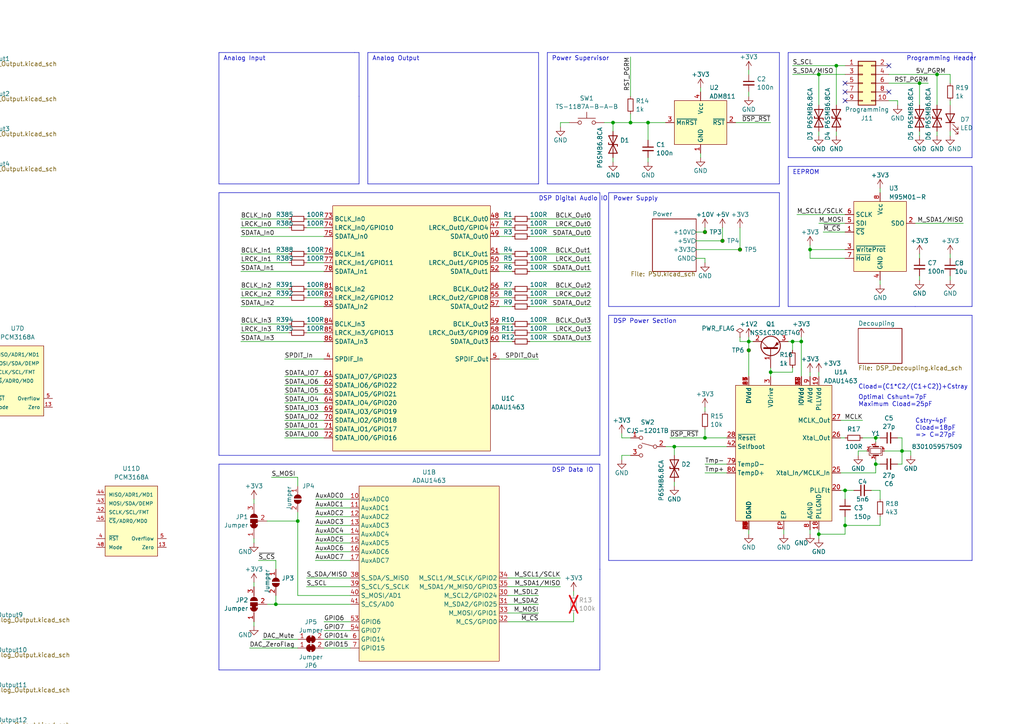
<source format=kicad_sch>
(kicad_sch (version 20230121) (generator eeschema)
  (paper "A4")
  (title_block (title "SmallDSP") (date "2023-10-12") (rev "1.1") (company "Till Heuer"))
  (junction (at -109.22 69.85))
  (junction (at -154.94 105.41))
  (junction (at -93.98 181.61))
  (junction (at 204.47 67.31))
  (junction (at -154.94 181.61))
  (junction (at -139.7 184.15))
  (junction (at 261.62 130.81))
  (junction (at 182.88 35.56))
  (junction (at -139.7 69.85))
  (junction (at -124.46 157.48))
  (junction (at 242.57 19.05))
  (junction (at 229.87 99.06))
  (junction (at 271.78 21.59))
  (junction (at 204.47 127))
  (junction (at 254 127))
  (junction (at -154.94 67.31))
  (junction (at 187.96 35.56))
  (junction (at -93.98 105.41))
  (junction (at 237.49 154.94))
  (junction (at -93.98 143.51))
  (junction (at 177.8 35.56))
  (junction (at 266.7 24.13))
  (junction (at 214.63 72.39))
  (junction (at -93.98 67.31))
  (junction (at 80.01 175.26))
  (junction (at -124.46 195.58))
  (junction (at 254 134.62))
  (junction (at 86.36 151.13))
  (junction (at -109.22 107.95))
  (junction (at -124.46 81.28))
  (junction (at 217.17 99.06))
  (junction (at -154.94 143.51))
  (junction (at -109.22 184.15))
  (junction (at 237.49 21.59))
  (junction (at 217.17 101.6))
  (junction (at -139.7 146.05))
  (junction (at -109.22 146.05))
  (junction (at 234.95 72.39))
  (junction (at 209.55 69.85))
  (junction (at -124.46 119.38))
  (junction (at 232.41 99.06))
  (junction (at 245.11 142.24))
  (junction (at 195.58 129.54))
  (junction (at 245.11 152.4))
  (junction (at -139.7 107.95))
  (junction (at 223.52 107.95))
  (no_connect (at 344.17 35.56))
  (no_connect (at 326.39 104.14))
  (no_connect (at 326.39 106.68))
  (no_connect (at 326.39 139.7))
  (no_connect (at 326.39 35.56))
  (no_connect (at 326.39 144.78))
  (no_connect (at 245.11 24.13))
  (no_connect (at 257.81 26.67))
  (no_connect (at 326.39 142.24))
  (no_connect (at 344.17 104.14))
  (no_connect (at 326.39 68.58))
  (no_connect (at 344.17 106.68))
  (no_connect (at 326.39 109.22))
  (no_connect (at 344.17 139.7))
  (no_connect (at 245.11 26.67))
  (no_connect (at 326.39 38.1))
  (no_connect (at 344.17 142.24))
  (no_connect (at 245.11 29.21))
  (no_connect (at 326.39 71.12))
  (no_connect (at 326.39 73.66))
  (no_connect (at 326.39 33.02))
  (no_connect (at 344.17 33.02))
  (no_connect (at 257.81 19.05))
  (no_connect (at 344.17 71.12))
  (no_connect (at 344.17 68.58))
  (wire (pts (xy -33.02 255.27) (xy -30.48 255.27)))
  (wire (pts (xy -44.45 203.2) (xy -41.91 203.2)))
  (wire (pts (xy -162.56 181.61) (xy -154.94 181.61)))
  (wire (pts (xy -162.56 67.31) (xy -154.94 67.31)))
  (wire (pts (xy 204.47 127) (xy 210.82 127)))
  (wire (pts (xy -86.36 115.57) (xy -86.36 116.84)))
  (polyline (pts (xy 173.99 134.62) (xy 173.99 165.1)))
  (wire (pts (xy -116.84 3.81) (xy -114.3 3.81)))
  (wire (pts (xy -147.32 72.39) (xy -147.32 69.85)))
  (wire (pts (xy -53.34 234.95) (xy -50.8 234.95)))
  (wire (pts (xy 182.88 35.56) (xy 187.96 35.56)))
  (wire (pts (xy -24.13 195.58) (xy -21.59 195.58)))
  (wire (pts (xy -27.94 34.29) (xy -25.4 34.29)))
  (wire (pts (xy 204.47 137.16) (xy 210.82 137.16)))
  (wire (pts (xy -137.16 29.21) (xy -134.62 29.21)))
  (polyline (pts (xy -50.8 121.92) (xy -50.8 149.86)))
  (wire (pts (xy -121.92 119.38) (xy -124.46 119.38)))
  (wire (pts (xy 88.9 83.82) (xy 93.98 83.82)))
  (wire (pts (xy -127 132.08) (xy -127 133.35)))
  (wire (pts (xy -48.26 132.08) (xy -48.26 133.35)))
  (wire (pts (xy 195.58 129.54) (xy 195.58 132.08)))
  (wire (pts (xy -137.16 1.27) (xy -134.62 1.27)))
  (wire (pts (xy -137.16 6.35) (xy -134.62 6.35)))
  (wire (pts (xy -53.34 255.27) (xy -50.8 255.27)))
  (wire (pts (xy -116.84 21.59) (xy -114.3 21.59)))
  (wire (pts (xy 69.85 68.58) (xy 93.98 68.58)))
  (polyline (pts (xy 281.94 88.9) (xy 281.94 48.26)))
  (wire (pts (xy 217.17 26.67) (xy 217.17 27.94)))
  (wire (pts (xy -27.94 39.37) (xy -25.4 39.37)))
  (wire (pts (xy 229.87 21.59) (xy 237.49 21.59)))
  (wire (pts (xy 82.55 111.76) (xy 93.98 111.76)))
  (wire (pts (xy 69.85 63.5) (xy 83.82 63.5)))
  (wire (pts (xy 237.49 153.67) (xy 237.49 154.94)))
  (wire (pts (xy -154.94 77.47) (xy -154.94 78.74)))
  (wire (pts (xy 266.7 73.66) (xy 266.7 74.93)))
  (wire (pts (xy 82.55 119.38) (xy 93.98 119.38)))
  (wire (pts (xy -124.46 157.48) (xy -124.46 158.75)))
  (wire (pts (xy -48.26 26.67) (xy -45.72 26.67)))
  (polyline (pts (xy 63.5 15.24) (xy 63.5 53.34)))
  (wire (pts (xy -44.45 175.26) (xy -41.91 175.26)))
  (wire (pts (xy -48.26 16.51) (xy -45.72 16.51)))
  (wire (pts (xy 91.44 157.48) (xy 101.6 157.48)))
  (wire (pts (xy 88.9 73.66) (xy 93.98 73.66)))
  (wire (pts (xy 234.95 107.95) (xy 234.95 109.22)))
  (wire (pts (xy 182.88 33.02) (xy 182.88 35.56)))
  (wire (pts (xy -86.36 181.61) (xy -93.98 181.61)))
  (wire (pts (xy -93.98 77.47) (xy -93.98 78.74)))
  (wire (pts (xy 217.17 97.79) (xy 217.17 99.06)))
  (wire (pts (xy -121.92 195.58) (xy -124.46 195.58)))
  (wire (pts (xy -24.13 187.96) (xy -21.59 187.96)))
  (wire (pts (xy -44.45 198.12) (xy -41.91 198.12)))
  (wire (pts (xy 234.95 72.39) (xy 245.11 72.39)))
  (wire (pts (xy -116.84 24.13) (xy -114.3 24.13)))
  (wire (pts (xy 144.78 73.66) (xy 148.59 73.66)))
  (wire (pts (xy 86.36 148.59) (xy 86.36 151.13)))
  (wire (pts (xy -48.26 29.21) (xy -45.72 29.21)))
  (wire (pts (xy -147.32 153.67) (xy -147.32 154.94)))
  (polyline (pts (xy 104.14 27.94) (xy 104.14 53.34)))
  (wire (pts (xy 91.44 149.86) (xy 101.6 149.86)))
  (wire (pts (xy 316.23 50.8) (xy 326.39 50.8)))
  (wire (pts (xy -27.94 19.05) (xy -25.4 19.05)))
  (wire (pts (xy -24.13 180.34) (xy -21.59 180.34)))
  (wire (pts (xy -154.94 105.41) (xy -135.89 105.41)))
  (polyline (pts (xy 228.6 45.72) (xy 281.94 45.72)))
  (wire (pts (xy -154.94 115.57) (xy -154.94 116.84)))
  (wire (pts (xy -124.46 195.58) (xy -124.46 196.85)))
  (wire (pts (xy 317.5 149.86) (xy 326.39 149.86)))
  (wire (pts (xy -101.6 184.15) (xy -109.22 184.15)))
  (wire (pts (xy -86.36 110.49) (xy -86.36 105.41)))
  (wire (pts (xy 317.5 78.74) (xy 326.39 78.74)))
  (wire (pts (xy -162.56 186.69) (xy -162.56 181.61)))
  (wire (pts (xy -27.94 41.91) (xy -25.4 41.91)))
  (wire (pts (xy 232.41 97.79) (xy 232.41 99.06)))
  (wire (pts (xy 91.44 154.94) (xy 101.6 154.94)))
  (wire (pts (xy -121.92 118.11) (xy -121.92 119.38)))
  (wire (pts (xy 317.5 152.4) (xy 326.39 152.4)))
  (wire (pts (xy -101.6 107.95) (xy -109.22 107.95)))
  (wire (pts (xy -121.92 132.08) (xy -121.92 133.35)))
  (wire (pts (xy 153.67 88.9) (xy 171.45 88.9)))
  (wire (pts (xy 153.67 68.58) (xy 171.45 68.58)))
  (wire (pts (xy 147.32 177.8) (xy 156.21 177.8)))
  (wire (pts (xy -147.32 186.69) (xy -147.32 184.15)))
  (wire (pts (xy 166.37 177.8) (xy 166.37 180.34)))
  (wire (pts (xy 153.67 83.82) (xy 171.45 83.82)))
  (wire (pts (xy 223.52 107.95) (xy 223.52 109.22)))
  (wire (pts (xy 162.56 35.56) (xy 162.56 36.83)))
  (wire (pts (xy 76.2 185.42) (xy 86.36 185.42)))
  (wire (pts (xy -109.22 69.85) (xy -109.22 72.39)))
  (wire (pts (xy 187.96 35.56) (xy 193.04 35.56)))
  (wire (pts (xy 250.19 121.92) (xy 243.84 121.92)))
  (wire (pts (xy -93.98 186.69) (xy -93.98 181.61)))
  (wire (pts (xy 182.88 27.94) (xy 182.88 16.51)))
  (wire (pts (xy -48.26 24.13) (xy -45.72 24.13)))
  (wire (pts (xy 203.2 25.4) (xy 203.2 26.67)))
  (wire (pts (xy 80.01 162.56) (xy 80.01 165.1)))
  (wire (pts (xy -44.45 185.42) (xy -41.91 185.42)))
  (wire (pts (xy 254 134.62) (xy 254 137.16)))
  (wire (pts (xy -127 55.88) (xy -127 57.15)))
  (wire (pts (xy 326.39 86.36) (xy 316.23 86.36)))
  (wire (pts (xy 317.5 43.18) (xy 326.39 43.18)))
  (polyline (pts (xy -50.8 149.86) (xy -38.1 149.86)))
  (wire (pts (xy -154.94 181.61) (xy -135.89 181.61)))
  (wire (pts (xy -48.26 31.75) (xy -45.72 31.75)))
  (wire (pts (xy 261.62 130.81) (xy 264.16 130.81)))
  (wire (pts (xy 316.23 53.34) (xy 326.39 53.34)))
  (wire (pts (xy 347.98 30.48) (xy 344.17 30.48)))
  (wire (pts (xy 254 128.27) (xy 254 127)))
  (wire (pts (xy -124.46 80.01) (xy -124.46 81.28)))
  (wire (pts (xy -24.13 210.82) (xy -21.59 210.82)))
  (wire (pts (xy 193.04 129.54) (xy 195.58 129.54)))
  (wire (pts (xy 91.44 147.32) (xy 101.6 147.32)))
  (wire (pts (xy 88.9 167.64) (xy 101.6 167.64)))
  (wire (pts (xy -139.7 153.67) (xy -139.7 154.94)))
  (wire (pts (xy 317.5 81.28) (xy 326.39 81.28)))
  (wire (pts (xy 73.66 144.78) (xy 73.66 146.05)))
  (wire (pts (xy -27.94 44.45) (xy -25.4 44.45)))
  (wire (pts (xy 245.11 149.86) (xy 245.11 152.4)))
  (wire (pts (xy -27.94 21.59) (xy -25.4 21.59)))
  (wire (pts (xy -101.6 186.69) (xy -101.6 184.15)))
  (wire (pts (xy -124.46 195.58) (xy -127 195.58)))
  (wire (pts (xy -86.36 143.51) (xy -93.98 143.51)))
  (wire (pts (xy 245.11 152.4) (xy 255.27 152.4)))
  (wire (pts (xy 217.17 20.32) (xy 217.17 21.59)))
  (wire (pts (xy 88.9 93.98) (xy 93.98 93.98)))
  (wire (pts (xy 275.59 38.1) (xy 275.59 39.37)))
  (wire (pts (xy 223.52 107.95) (xy 229.87 107.95)))
  (wire (pts (xy -101.6 72.39) (xy -101.6 69.85)))
  (wire (pts (xy -154.94 143.51) (xy -135.89 143.51)))
  (wire (pts (xy 243.84 127) (xy 245.11 127)))
  (wire (pts (xy 237.49 154.94) (xy 245.11 154.94)))
  (wire (pts (xy -48.26 19.05) (xy -45.72 19.05)))
  (wire (pts (xy -53.34 257.81) (xy -50.8 257.81)))
  (polyline (pts (xy 158.75 53.34) (xy 226.06 53.34)))
  (wire (pts (xy 165.1 35.56) (xy 162.56 35.56)))
  (wire (pts (xy -24.13 190.5) (xy -21.59 190.5)))
  (wire (pts (xy -109.22 77.47) (xy -109.22 78.74)))
  (wire (pts (xy -101.6 191.77) (xy -101.6 193.04)))
  (wire (pts (xy 69.85 66.04) (xy 83.82 66.04)))
  (wire (pts (xy -139.7 146.05) (xy -139.7 148.59)))
  (wire (pts (xy -116.84 8.89) (xy -114.3 8.89)))
  (wire (pts (xy 254 127) (xy 250.19 127)))
  (wire (pts (xy 69.85 83.82) (xy 83.82 83.82)))
  (wire (pts (xy 326.39 30.48) (xy 316.23 30.48)))
  (wire (pts (xy 326.39 137.16) (xy 316.23 137.16)))
  (wire (pts (xy -127 170.18) (xy -127 171.45)))
  (wire (pts (xy 234.95 74.93) (xy 234.95 72.39)))
  (wire (pts (xy 265.43 64.77) (xy 279.4 64.77)))
  (wire (pts (xy 217.17 153.67) (xy 217.17 154.94)))
  (wire (pts (xy 73.66 168.91) (xy 73.66 170.18)))
  (wire (pts (xy -139.7 191.77) (xy -139.7 193.04)))
  (wire (pts (xy 254 137.16) (xy 243.84 137.16)))
  (wire (pts (xy -139.7 184.15) (xy -139.7 186.69)))
  (wire (pts (xy -33.02 265.43) (xy -30.48 265.43)))
  (wire (pts (xy -121.92 156.21) (xy -121.92 157.48)))
  (wire (pts (xy 187.96 35.56) (xy 187.96 40.64)))
  (polyline (pts (xy 281.94 45.72) (xy 281.94 15.24)))
  (wire (pts (xy 153.67 96.52) (xy 171.45 96.52)))
  (polyline (pts (xy 104.14 27.94) (xy 104.14 15.24)))
  (wire (pts (xy -116.84 11.43) (xy -114.3 11.43)))
  (wire (pts (xy -44.45 195.58) (xy -41.91 195.58)))
  (wire (pts (xy -162.56 72.39) (xy -162.56 67.31)))
  (wire (pts (xy 255.27 152.4) (xy 255.27 149.86)))
  (wire (pts (xy 242.57 19.05) (xy 245.11 19.05)))
  (polyline (pts (xy 63.5 53.34) (xy 104.14 53.34)))
  (wire (pts (xy -33.02 270.51) (xy -30.48 270.51)))
  (wire (pts (xy -48.26 41.91) (xy -45.72 41.91)))
  (wire (pts (xy -124.46 157.48) (xy -127 157.48)))
  (polyline (pts (xy 281.94 15.24) (xy 228.6 15.24)))
  (wire (pts (xy -124.46 156.21) (xy -124.46 157.48)))
  (wire (pts (xy 82.55 114.3) (xy 93.98 114.3)))
  (wire (pts (xy 153.67 76.2) (xy 171.45 76.2)))
  (wire (pts (xy -162.56 115.57) (xy -162.56 116.84)))
  (wire (pts (xy -33.02 245.11) (xy -30.48 245.11)))
  (wire (pts (xy -33.02 252.73) (xy -30.48 252.73)))
  (wire (pts (xy -27.94 16.51) (xy -25.4 16.51)))
  (wire (pts (xy -33.02 262.89) (xy -30.48 262.89)))
  (wire (pts (xy -116.84 31.75) (xy -114.3 31.75)))
  (wire (pts (xy 204.47 124.46) (xy 204.47 127)))
  (wire (pts (xy 194.31 127) (xy 204.47 127)))
  (wire (pts (xy 91.44 162.56) (xy 101.6 162.56)))
  (wire (pts (xy 78.74 138.43) (xy 86.36 138.43)))
  (wire (pts (xy 144.78 76.2) (xy 148.59 76.2)))
  (wire (pts (xy 153.67 78.74) (xy 171.45 78.74)))
  (wire (pts (xy -154.94 67.31) (xy -135.89 67.31)))
  (wire (pts (xy -53.34 245.11) (xy -50.8 245.11)))
  (wire (pts (xy 271.78 21.59) (xy 275.59 21.59)))
  (wire (pts (xy 82.55 121.92) (xy 93.98 121.92)))
  (wire (pts (xy -44.45 187.96) (xy -41.91 187.96)))
  (wire (pts (xy -27.94 26.67) (xy -25.4 26.67)))
  (polyline (pts (xy -38.1 73.66) (xy -38.1 119.38)))
  (wire (pts (xy -44.45 200.66) (xy -41.91 200.66)))
  (wire (pts (xy -116.84 1.27) (xy -114.3 1.27)))
  (wire (pts (xy 275.59 21.59) (xy 275.59 24.13)))
  (wire (pts (xy 177.8 35.56) (xy 177.8 38.1)))
  (wire (pts (xy -147.32 115.57) (xy -147.32 116.84)))
  (polyline (pts (xy 63.5 134.62) (xy 173.99 134.62)))
  (wire (pts (xy -137.16 19.05) (xy -134.62 19.05)))
  (polyline (pts (xy 226.06 15.24) (xy 158.75 15.24)))
  (polyline (pts (xy 226.06 88.9) (xy 176.53 88.9)))
  (wire (pts (xy 227.33 153.67) (xy 227.33 154.94)))
  (wire (pts (xy 73.66 180.34) (xy 73.66 181.61)))
  (wire (pts (xy 229.87 99.06) (xy 232.41 99.06)))
  (wire (pts (xy -24.13 185.42) (xy -21.59 185.42)))
  (wire (pts (xy -137.16 26.67) (xy -134.62 26.67)))
  (wire (pts (xy 175.26 35.56) (xy 177.8 35.56)))
  (wire (pts (xy -101.6 69.85) (xy -109.22 69.85)))
  (wire (pts (xy 88.9 66.04) (xy 93.98 66.04)))
  (wire (pts (xy 156.21 104.14) (xy 144.78 104.14)))
  (wire (pts (xy 223.52 35.56) (xy 213.36 35.56)))
  (wire (pts (xy -93.98 143.51) (xy -113.03 143.51)))
  (wire (pts (xy 237.49 21.59) (xy 237.49 30.48)))
  (polyline (pts (xy 156.21 15.24) (xy 106.68 15.24)))
  (wire (pts (xy 326.39 101.6) (xy 316.23 101.6)))
  (wire (pts (xy -27.94 46.99) (xy -25.4 46.99)))
  (wire (pts (xy 252.73 142.24) (xy 255.27 142.24)))
  (wire (pts (xy 88.9 170.18) (xy 101.6 170.18)))
  (wire (pts (xy 204.47 134.62) (xy 210.82 134.62)))
  (wire (pts (xy -154.94 191.77) (xy -154.94 193.04)))
  (wire (pts (xy 91.44 152.4) (xy 101.6 152.4)))
  (polyline (pts (xy 102.87 15.24) (xy 63.5 15.24)))
  (wire (pts (xy -139.7 77.47) (xy -139.7 78.74)))
  (wire (pts (xy -116.84 6.35) (xy -114.3 6.35)))
  (wire (pts (xy -44.45 177.8) (xy -41.91 177.8)))
  (wire (pts (xy 153.67 93.98) (xy 171.45 93.98)))
  (wire (pts (xy -127 195.58) (xy -127 194.31)))
  (wire (pts (xy 260.35 134.62) (xy 261.62 134.62)))
  (wire (pts (xy 80.01 175.26) (xy 101.6 175.26)))
  (wire (pts (xy -147.32 146.05) (xy -139.7 146.05)))
  (wire (pts (xy 73.66 156.21) (xy 73.66 157.48)))
  (wire (pts (xy -33.02 242.57) (xy -30.48 242.57)))
  (wire (pts (xy -121.92 55.88) (xy -121.92 57.15)))
  (wire (pts (xy 255.27 81.28) (xy 255.27 82.55)))
  (wire (pts (xy 347.98 66.04) (xy 344.17 66.04)))
  (wire (pts (xy -121.92 81.28) (xy -124.46 81.28)))
  (polyline (pts (xy 173.99 194.31) (xy 63.5 194.31)))
  (wire (pts (xy -48.26 36.83) (xy -45.72 36.83)))
  (wire (pts (xy 353.06 137.16) (xy 368.3 137.16)))
  (wire (pts (xy -116.84 16.51) (xy -114.3 16.51)))
  (wire (pts (xy 93.98 187.96) (xy 101.6 187.96)))
  (wire (pts (xy -53.34 247.65) (xy -50.8 247.65)))
  (wire (pts (xy -33.02 273.05) (xy -30.48 273.05)))
  (wire (pts (xy 144.78 63.5) (xy 148.59 63.5)))
  (wire (pts (xy -154.94 186.69) (xy -154.94 181.61)))
  (wire (pts (xy 88.9 63.5) (xy 93.98 63.5)))
  (wire (pts (xy 245.11 74.93) (xy 234.95 74.93)))
  (wire (pts (xy 247.65 142.24) (xy 245.11 142.24)))
  (wire (pts (xy -48.26 143.51) (xy -48.26 144.78)))
  (wire (pts (xy -147.32 110.49) (xy -147.32 107.95)))
  (wire (pts (xy 201.93 67.31) (xy 204.47 67.31)))
  (wire (pts (xy 317.5 83.82) (xy 326.39 83.82)))
  (wire (pts (xy -116.84 26.67) (xy -114.3 26.67)))
  (wire (pts (xy -53.34 237.49) (xy -50.8 237.49)))
  (wire (pts (xy -154.94 72.39) (xy -154.94 67.31)))
  (wire (pts (xy 153.67 99.06) (xy 171.45 99.06)))
  (wire (pts (xy 214.63 99.06) (xy 217.17 99.06)))
  (wire (pts (xy 229.87 107.95) (xy 229.87 106.68)))
  (wire (pts (xy 368.3 30.48) (xy 353.06 30.48)))
  (wire (pts (xy 271.78 38.1) (xy 271.78 39.37)))
  (wire (pts (xy 347.98 101.6) (xy 344.17 101.6)))
  (wire (pts (xy -86.36 186.69) (xy -86.36 181.61)))
  (wire (pts (xy -135.89 184.15) (xy -139.7 184.15)))
  (wire (pts (xy -116.84 39.37) (xy -114.3 39.37)))
  (wire (pts (xy -162.56 191.77) (xy -162.56 193.04)))
  (wire (pts (xy 317.5 48.26) (xy 326.39 48.26)))
  (wire (pts (xy 82.55 127) (xy 93.98 127)))
  (polyline (pts (xy 106.68 53.34) (xy 156.21 53.34)))
  (wire (pts (xy -101.6 153.67) (xy -101.6 154.94)))
  (wire (pts (xy -48.26 39.37) (xy -45.72 39.37)))
  (wire (pts (xy -44.45 180.34) (xy -41.91 180.34)))
  (wire (pts (xy 180.34 127) (xy 180.34 125.73)))
  (polyline (pts (xy 63.5 132.08) (xy 173.99 132.08)))
  (wire (pts (xy 88.9 96.52) (xy 93.98 96.52)))
  (wire (pts (xy -101.6 77.47) (xy -101.6 78.74)))
  (wire (pts (xy -48.26 21.59) (xy -45.72 21.59)))
  (wire (pts (xy -137.16 16.51) (xy -134.62 16.51)))
  (polyline (pts (xy -38.1 73.66) (xy -50.8 73.66)))
  (wire (pts (xy 166.37 171.45) (xy 166.37 172.72)))
  (wire (pts (xy 203.2 44.45) (xy 203.2 45.72)))
  (wire (pts (xy -127 157.48) (xy -127 156.21)))
  (wire (pts (xy 266.7 24.13) (xy 269.24 24.13)))
  (wire (pts (xy 317.5 45.72) (xy 326.39 45.72)))
  (wire (pts (xy 144.78 68.58) (xy 148.59 68.58)))
  (wire (pts (xy 248.92 130.81) (xy 248.92 132.08)))
  (wire (pts (xy 245.11 142.24) (xy 245.11 144.78)))
  (wire (pts (xy 204.47 118.11) (xy 204.47 119.38)))
  (wire (pts (xy 144.78 86.36) (xy 148.59 86.36)))
  (wire (pts (xy 317.5 114.3) (xy 326.39 114.3)))
  (wire (pts (xy -93.98 181.61) (xy -113.03 181.61)))
  (wire (pts (xy -137.16 24.13) (xy -134.62 24.13)))
  (wire (pts (xy -124.46 194.31) (xy -124.46 195.58)))
  (polyline (pts (xy 173.99 55.88) (xy 63.5 55.88)))
  (wire (pts (xy 153.67 66.04) (xy 171.45 66.04)))
  (wire (pts (xy -24.13 200.66) (xy -21.59 200.66)))
  (wire (pts (xy -93.98 191.77) (xy -93.98 193.04)))
  (wire (pts (xy 101.6 172.72) (xy 86.36 172.72)))
  (wire (pts (xy 204.47 74.93) (xy 204.47 76.2)))
  (polyline (pts (xy 176.53 88.9) (xy 176.53 55.88)))
  (wire (pts (xy -113.03 184.15) (xy -109.22 184.15)))
  (wire (pts (xy 93.98 180.34) (xy 101.6 180.34)))
  (wire (pts (xy -93.98 105.41) (xy -113.03 105.41)))
  (wire (pts (xy 144.78 83.82) (xy 148.59 83.82)))
  (wire (pts (xy 326.39 157.48) (xy 316.23 157.48)))
  (wire (pts (xy 271.78 21.59) (xy 271.78 30.48)))
  (wire (pts (xy -147.32 77.47) (xy -147.32 78.74)))
  (wire (pts (xy -86.36 148.59) (xy -86.36 143.51)))
  (wire (pts (xy -137.16 8.89) (xy -134.62 8.89)))
  (wire (pts (xy 266.7 80.01) (xy 266.7 81.28)))
  (wire (pts (xy -109.22 184.15) (xy -109.22 186.69)))
  (wire (pts (xy 260.35 30.48) (xy 260.35 29.21)))
  (wire (pts (xy -127 119.38) (xy -127 118.11)))
  (polyline (pts (xy -50.8 121.92) (xy -38.1 121.92)))
  (wire (pts (xy 82.55 104.14) (xy 93.98 104.14)))
  (wire (pts (xy -33.02 257.81) (xy -30.48 257.81)))
  (wire (pts (xy -86.36 153.67) (xy -86.36 154.94)))
  (wire (pts (xy -137.16 21.59) (xy -134.62 21.59)))
  (wire (pts (xy -147.32 191.77) (xy -147.32 193.04)))
  (wire (pts (xy 69.85 96.52) (xy 83.82 96.52)))
  (wire (pts (xy -86.36 191.77) (xy -86.36 193.04)))
  (polyline (pts (xy 176.53 55.88) (xy 226.06 55.88)))
  (polyline (pts (xy 281.94 162.56) (xy 281.94 91.44)))
  (wire (pts (xy 144.78 78.74) (xy 148.59 78.74)))
  (wire (pts (xy 201.93 72.39) (xy 214.63 72.39)))
  (wire (pts (xy -127 93.98) (xy -127 95.25)))
  (wire (pts (xy 177.8 45.72) (xy 177.8 46.99)))
  (wire (pts (xy 242.57 38.1) (xy 242.57 39.37)))
  (wire (pts (xy -33.02 247.65) (xy -30.48 247.65)))
  (wire (pts (xy 69.85 86.36) (xy 83.82 86.36)))
  (wire (pts (xy -53.34 250.19) (xy -50.8 250.19)))
  (wire (pts (xy -121.92 170.18) (xy -121.92 171.45)))
  (wire (pts (xy 251.46 130.81) (xy 248.92 130.81)))
  (wire (pts (xy 254 134.62) (xy 255.27 134.62)))
  (wire (pts (xy -162.56 110.49) (xy -162.56 105.41)))
  (wire (pts (xy 242.57 19.05) (xy 242.57 30.48)))
  (wire (pts (xy 69.85 73.66) (xy 83.82 73.66)))
  (wire (pts (xy 237.49 64.77) (xy 245.11 64.77)))
  (wire (pts (xy -124.46 81.28) (xy -127 81.28)))
  (wire (pts (xy -33.02 260.35) (xy -30.48 260.35)))
  (wire (pts (xy 326.39 160.02) (xy 316.23 160.02)))
  (wire (pts (xy 217.17 99.06) (xy 217.17 101.6)))
  (wire (pts (xy -44.45 193.04) (xy -41.91 193.04)))
  (wire (pts (xy -162.56 105.41) (xy -154.94 105.41)))
  (wire (pts (xy 275.59 80.01) (xy 275.59 81.28)))
  (wire (pts (xy 317.5 154.94) (xy 326.39 154.94)))
  (wire (pts (xy -24.13 198.12) (xy -21.59 198.12)))
  (wire (pts (xy -137.16 13.97) (xy -134.62 13.97)))
  (wire (pts (xy 237.49 38.1) (xy 237.49 39.37)))
  (wire (pts (xy -86.36 72.39) (xy -86.36 67.31)))
  (wire (pts (xy -147.32 184.15) (xy -139.7 184.15)))
  (wire (pts (xy 153.67 63.5) (xy 171.45 63.5)))
  (wire (pts (xy -27.94 24.13) (xy -25.4 24.13)))
  (wire (pts (xy 69.85 88.9) (xy 93.98 88.9)))
  (wire (pts (xy 217.17 101.6) (xy 217.17 109.22)))
  (wire (pts (xy 80.01 172.72) (xy 80.01 175.26)))
  (wire (pts (xy 275.59 73.66) (xy 275.59 74.93)))
  (wire (pts (xy -24.13 193.04) (xy -21.59 193.04)))
  (wire (pts (xy -124.46 81.28) (xy -124.46 82.55)))
  (polyline (pts (xy 63.5 55.88) (xy 63.5 132.08)))
  (wire (pts (xy -137.16 3.81) (xy -134.62 3.81)))
  (wire (pts (xy -27.94 49.53) (xy -25.4 49.53)))
  (polyline (pts (xy 63.5 194.31) (xy 63.5 134.62)))
  (wire (pts (xy 147.32 172.72) (xy 156.21 172.72)))
  (wire (pts (xy 195.58 129.54) (xy 210.82 129.54)))
  (wire (pts (xy -113.03 146.05) (xy -109.22 146.05)))
  (wire (pts (xy 243.84 142.24) (xy 245.11 142.24)))
  (wire (pts (xy 316.23 124.46) (xy 326.39 124.46)))
  (wire (pts (xy 144.78 66.04) (xy 148.59 66.04)))
  (wire (pts (xy -53.34 252.73) (xy -50.8 252.73)))
  (wire (pts (xy 232.41 99.06) (xy 232.41 109.22)))
  (wire (pts (xy 153.67 73.66) (xy 171.45 73.66)))
  (wire (pts (xy -33.02 237.49) (xy -30.48 237.49)))
  (wire (pts (xy -135.89 107.95) (xy -139.7 107.95)))
  (wire (pts (xy 144.78 88.9) (xy 148.59 88.9)))
  (wire (pts (xy -24.13 175.26) (xy -21.59 175.26)))
  (wire (pts (xy 201.93 74.93) (xy 204.47 74.93)))
  (wire (pts (xy 255.27 54.61) (xy 255.27 55.88)))
  (wire (pts (xy -48.26 13.97) (xy -45.72 13.97)))
  (wire (pts (xy -116.84 13.97) (xy -114.3 13.97)))
  (wire (pts (xy 77.47 175.26) (xy 80.01 175.26)))
  (wire (pts (xy 237.49 154.94) (xy 237.49 156.21)))
  (wire (pts (xy -101.6 115.57) (xy -101.6 116.84)))
  (polyline (pts (xy 176.53 162.56) (xy 281.94 162.56)))
  (wire (pts (xy 147.32 167.64) (xy 162.56 167.64)))
  (wire (pts (xy -139.7 69.85) (xy -139.7 72.39)))
  (wire (pts (xy -121.92 93.98) (xy -121.92 95.25)))
  (wire (pts (xy 147.32 175.26) (xy 156.21 175.26)))
  (wire (pts (xy -53.34 262.89) (xy -50.8 262.89)))
  (wire (pts (xy 82.55 116.84) (xy 93.98 116.84)))
  (wire (pts (xy -116.84 36.83) (xy -114.3 36.83)))
  (wire (pts (xy -162.56 148.59) (xy -162.56 143.51)))
  (wire (pts (xy 326.39 88.9) (xy 316.23 88.9)))
  (wire (pts (xy 204.47 67.31) (xy 204.47 66.04)))
  (wire (pts (xy -24.13 203.2) (xy -21.59 203.2)))
  (wire (pts (xy -121.92 194.31) (xy -121.92 195.58)))
  (wire (pts (xy -53.34 260.35) (xy -50.8 260.35)))
  (wire (pts (xy 144.78 99.06) (xy 148.59 99.06)))
  (wire (pts (xy -147.32 148.59) (xy -147.32 146.05)))
  (wire (pts (xy 264.16 130.81) (xy 264.16 132.08)))
  (wire (pts (xy -27.94 29.21) (xy -25.4 29.21)))
  (wire (pts (xy -124.46 119.38) (xy -124.46 120.65)))
  (wire (pts (xy -44.45 182.88) (xy -41.91 182.88)))
  (wire (pts (xy 257.81 29.21) (xy 260.35 29.21)))
  (wire (pts (xy 368.3 66.04) (xy 353.06 66.04)))
  (polyline (pts (xy 228.6 15.24) (xy 228.6 45.72)))
  (wire (pts (xy 182.88 132.08) (xy 180.34 132.08)))
  (wire (pts (xy 234.95 153.67) (xy 234.95 154.94)))
  (wire (pts (xy 254 127) (xy 255.27 127)))
  (wire (pts (xy 261.62 127) (xy 261.62 130.81)))
  (wire (pts (xy 91.44 160.02) (xy 101.6 160.02)))
  (wire (pts (xy -109.22 146.05) (xy -109.22 148.59)))
  (wire (pts (xy -93.98 110.49) (xy -93.98 105.41)))
  (wire (pts (xy -101.6 146.05) (xy -109.22 146.05)))
  (wire (pts (xy -24.13 208.28) (xy -21.59 208.28)))
  (wire (pts (xy 74.93 162.56) (xy 80.01 162.56)))
  (wire (pts (xy 229.87 99.06) (xy 229.87 101.6)))
  (wire (pts (xy -24.13 182.88) (xy -21.59 182.88)))
  (wire (pts (xy -109.22 153.67) (xy -109.22 154.94)))
  (wire (pts (xy 275.59 29.21) (xy 275.59 30.48)))
  (polyline (pts (xy -38.1 149.86) (xy -38.1 121.92)))
  (wire (pts (xy -53.34 242.57) (xy -50.8 242.57)))
  (wire (pts (xy 223.52 106.68) (xy 223.52 107.95)))
  (polyline (pts (xy 281.94 91.44) (xy 176.53 91.44)))
  (wire (pts (xy 147.32 170.18) (xy 162.56 170.18)))
  (wire (pts (xy -121.92 157.48) (xy -124.46 157.48)))
  (wire (pts (xy -162.56 143.51) (xy -154.94 143.51)))
  (wire (pts (xy 147.32 180.34) (xy 166.37 180.34)))
  (polyline (pts (xy 281.94 48.26) (xy 228.6 48.26)))
  (wire (pts (xy -24.13 205.74) (xy -21.59 205.74)))
  (polyline (pts (xy 106.68 15.24) (xy 106.68 53.34)))
  (wire (pts (xy -86.36 77.47) (xy -86.36 78.74)))
  (wire (pts (xy 266.7 24.13) (xy 266.7 30.48)))
  (wire (pts (xy 86.36 172.72) (xy 86.36 151.13)))
  (wire (pts (xy -48.26 34.29) (xy -45.72 34.29)))
  (wire (pts (xy -124.46 119.38) (xy -127 119.38)))
  (wire (pts (xy -135.89 146.05) (xy -139.7 146.05)))
  (polyline (pts (xy 226.06 15.24) (xy 226.06 53.34)))
  (wire (pts (xy -124.46 118.11) (xy -124.46 119.38)))
  (wire (pts (xy -154.94 110.49) (xy -154.94 105.41)))
  (wire (pts (xy -24.13 177.8) (xy -21.59 177.8)))
  (wire (pts (xy -33.02 234.95) (xy -30.48 234.95)))
  (wire (pts (xy 316.23 121.92) (xy 326.39 121.92)))
  (wire (pts (xy -44.45 190.5) (xy -41.91 190.5)))
  (polyline (pts (xy 228.6 48.26) (xy 228.6 88.9)))
  (wire (pts (xy 229.87 19.05) (xy 242.57 19.05)))
  (wire (pts (xy 218.44 99.06) (xy 217.17 99.06)))
  (wire (pts (xy 144.78 96.52) (xy 148.59 96.52)))
  (wire (pts (xy -121.92 80.01) (xy -121.92 81.28)))
  (wire (pts (xy -113.03 69.85) (xy -109.22 69.85)))
  (wire (pts (xy -113.03 107.95) (xy -109.22 107.95)))
  (wire (pts (xy 88.9 86.36) (xy 93.98 86.36)))
  (wire (pts (xy -154.94 148.59) (xy -154.94 143.51)))
  (wire (pts (xy -33.02 250.19) (xy -30.48 250.19)))
  (wire (pts (xy 93.98 182.88) (xy 101.6 182.88)))
  (wire (pts (xy -116.84 34.29) (xy -114.3 34.29)))
  (wire (pts (xy -137.16 11.43) (xy -134.62 11.43)))
  (polyline (pts (xy 102.87 15.24) (xy 104.14 15.24)))
  (polyline (pts (xy -50.8 73.66) (xy -50.8 119.38)))
  (wire (pts (xy 214.63 97.79) (xy 214.63 99.06)))
  (wire (pts (xy 257.81 21.59) (xy 271.78 21.59)))
  (wire (pts (xy 180.34 132.08) (xy 180.34 133.35)))
  (wire (pts (xy 82.55 109.22) (xy 93.98 109.22)))
  (wire (pts (xy 317.5 119.38) (xy 326.39 119.38)))
  (wire (pts (xy -101.6 148.59) (xy -101.6 146.05)))
  (wire (pts (xy 69.85 99.06) (xy 93.98 99.06)))
  (wire (pts (xy 153.67 86.36) (xy 171.45 86.36)))
  (wire (pts (xy 195.58 139.7) (xy 195.58 140.97)))
  (wire (pts (xy -93.98 67.31) (xy -113.03 67.31)))
  (wire (pts (xy 91.44 144.78) (xy 101.6 144.78)))
  (wire (pts (xy -93.98 115.57) (xy -93.98 116.84)))
  (polyline (pts (xy 173.99 132.08) (xy 173.99 55.88)))
  (polyline (pts (xy -50.8 119.38) (xy -38.1 119.38)))
  (wire (pts (xy 326.39 66.04) (xy 316.23 66.04)))
  (wire (pts (xy -93.98 148.59) (xy -93.98 143.51)))
  (wire (pts (xy 344.17 137.16) (xy 347.98 137.16)))
  (wire (pts (xy 228.6 99.06) (xy 229.87 99.06)))
  (polyline (pts (xy 265.43 88.9) (xy 281.94 88.9)))
  (wire (pts (xy 86.36 138.43) (xy 86.36 140.97)))
  (wire (pts (xy 238.76 67.31) (xy 245.11 67.31)))
  (wire (pts (xy -139.7 107.95) (xy -139.7 110.49)))
  (wire (pts (xy 86.36 151.13) (xy 77.47 151.13)))
  (wire (pts (xy -109.22 191.77) (xy -109.22 193.04)))
  (wire (pts (xy 237.49 107.95) (xy 237.49 109.22)))
  (wire (pts (xy -116.84 19.05) (xy -114.3 19.05)))
  (polyline (pts (xy 173.99 165.1) (xy 173.99 194.31)))
  (wire (pts (xy -162.56 77.47) (xy -162.56 78.74)))
  (wire (pts (xy 69.85 76.2) (xy 83.82 76.2)))
  (polyline (pts (xy 226.06 55.88) (xy 226.06 88.9)))
  (wire (pts (xy 237.49 21.59) (xy 245.11 21.59)))
  (wire (pts (xy 256.54 130.81) (xy 261.62 130.81)))
  (wire (pts (xy 182.88 127) (xy 180.34 127)))
  (wire (pts (xy 234.95 71.12) (xy 234.95 72.39)))
  (wire (pts (xy 257.81 24.13) (xy 266.7 24.13)))
  (wire (pts (xy 245.11 154.94) (xy 245.11 152.4)))
  (wire (pts (xy 260.35 127) (xy 261.62 127)))
  (polyline (pts (xy 176.53 91.44) (xy 176.53 162.56)))
  (wire (pts (xy -27.94 13.97) (xy -25.4 13.97)))
  (wire (pts (xy 261.62 130.81) (xy 261.62 134.62)))
  (wire (pts (xy -24.13 213.36) (xy -21.59 213.36)))
  (wire (pts (xy 231.14 62.23) (xy 245.11 62.23)))
  (wire (pts (xy 317.5 116.84) (xy 326.39 116.84)))
  (polyline (pts (xy 158.75 15.24) (xy 158.75 53.34)))
  (wire (pts (xy 266.7 38.1) (xy 266.7 39.37)))
  (wire (pts (xy -33.02 240.03) (xy -30.48 240.03)))
  (wire (pts (xy 254 133.35) (xy 254 134.62)))
  (wire (pts (xy 214.63 66.04) (xy 214.63 72.39)))
  (wire (pts (xy 144.78 93.98) (xy 148.59 93.98)))
  (wire (pts (xy 93.98 185.42) (xy 101.6 185.42)))
  (wire (pts (xy 82.55 124.46) (xy 93.98 124.46)))
  (wire (pts (xy 69.85 93.98) (xy 83.82 93.98)))
  (wire (pts (xy -139.7 115.57) (xy -139.7 116.84)))
  (wire (pts (xy -147.32 69.85) (xy -139.7 69.85)))
  (wire (pts (xy -127 81.28) (xy -127 80.01)))
  (wire (pts (xy -109.22 107.95) (xy -109.22 110.49)))
  (wire (pts (xy 86.36 187.96) (xy 72.39 187.96)))
  (polyline (pts (xy 156.21 53.34) (xy 156.21 15.24)))
  (polyline (pts (xy 228.6 88.9) (xy 265.43 88.9)))
  (wire (pts (xy 255.27 142.24) (xy 255.27 144.78)))
  (wire (pts (xy -27.94 36.83) (xy -25.4 36.83)))
  (wire (pts (xy 177.8 35.56) (xy 182.88 35.56)))
  (wire (pts (xy -27.94 31.75) (xy -25.4 31.75)))
  (wire (pts (xy -93.98 153.67) (xy -93.98 154.94)))
  (wire (pts (xy 187.96 45.72) (xy 187.96 46.99)))
  (wire (pts (xy 69.85 78.74) (xy 93.98 78.74)))
  (wire (pts (xy -109.22 115.57) (xy -109.22 116.84)))
  (wire (pts (xy -162.56 153.67) (xy -162.56 154.94)))
  (wire (pts (xy -86.36 105.41) (xy -93.98 105.41)))
  (wire (pts (xy 209.55 66.04) (xy 209.55 69.85)))
  (wire (pts (xy 201.93 69.85) (xy 209.55 69.85)))
  (wire (pts (xy -93.98 72.39) (xy -93.98 67.31)))
  (polyline (pts (xy 173.99 165.1) (xy 173.99 165.1)))
  (wire (pts (xy -154.94 153.67) (xy -154.94 154.94)))
  (wire (pts (xy -147.32 107.95) (xy -139.7 107.95)))
  (wire (pts (xy -101.6 110.49) (xy -101.6 107.95)))
  (wire (pts (xy -135.89 69.85) (xy -139.7 69.85)))
  (wire (pts (xy 88.9 76.2) (xy 93.98 76.2)))
  (wire (pts (xy -53.34 240.03) (xy -50.8 240.03)))
  (wire (pts (xy -33.02 267.97) (xy -30.48 267.97)))
  (wire (pts (xy 368.3 101.6) (xy 353.06 101.6)))
  (wire (pts (xy -86.36 67.31) (xy -93.98 67.31)))
  (wire (pts (xy -116.84 29.21) (xy -114.3 29.21)))
  (wire (pts (xy -27.94 52.07) (xy -25.4 52.07)))
  (text "DSP Data IO" (at 160.02 137.16 0) (effects (font (size 1.27 1.27)) (justify left bottom)))
  (text "EEPROM" (at 229.87 50.8 0) (effects (font (size 1.27 1.27)) (justify left bottom)))
  (text "Mounting" (at -48.26 76.2 0) (effects (font (size 1.27 1.27)) (justify left bottom)))
  (text "DSP Digital Audio IO" (at 156.21 58.42 0) (effects (font (size 1.27 1.27)) (justify left bottom)))
  (text "Power Supervisor" (at 160.02 17.78 0) (effects (font (size 1.27 1.27)) (justify left bottom)))
  (text "Power Supply" (at 177.8 58.42 0) (effects (font (size 1.27 1.27)) (justify left bottom)))
  (text "Cload=(C1*C2/(C1+C2))+Cstray" (at 248.92 113.03 0) (effects (font (size 1.27 1.27)) (justify left bottom)))
  (text "Analog Output" (at 107.95 17.78 0) (effects (font (size 1.27 1.27)) (justify left bottom)))
  (text "Programming Header" (at 262.89 17.78 0) (effects (font (size 1.27 1.27)) (justify left bottom)))
  (text "Optimal Cshunt=7pF\nMaximum Cload=25pF" (at 248.92 118.11 0) (effects (font (size 1.27 1.27)) (justify left bottom)))
  (text "DSP Power Section" (at 177.8 93.98 0) (effects (font (size 1.27 1.27)) (justify left bottom)))
  (text "Cstry~4pF\nCload=18pF\n=> C=27pF" (at 265.43 127 0) (effects (font (size 1.27 1.27)) (justify left bottom)))
  (text "Test Points" (at -49.53 124.46 0) (effects (font (size 1.27 1.27)) (justify left bottom)))
  (text "Analog Input" (at 64.77 17.78 0) (effects (font (size 1.27 1.27)) (justify left bottom)))
  (label "MCLK" (at 317.5 114.3 0))
  (label "BCLK_In2" (at 69.85 83.82 0))
  (label "SDATA_IO5" (at 82.55 114.3 0))
  (label "LRCK_In0" (at 317.5 48.26 0))
  (label "SDATA_Out3" (at 171.45 99.06 180))
  (label "SDATA_In1" (at 368.3 66.04 180))
  (label "AuxADC5" (at 91.44 157.48 0))
  (label "M_MOSI" (at 156.21 177.8 180))
  (label "Tmp-" (at 204.47 134.62 0))
  (label "SDATA_Out2" (at 316.23 101.6 0))
  (label "M_SDA1{slash}MISO" (at 279.4 64.77 180))
  (label "SDATA_Out0" (at 316.23 30.48 0))
  (label "SDATA_In3" (at 69.85 99.06 0))
  (label "BCLK_In3" (at 69.85 93.98 0))
  (label "BCLK_Out3" (at 316.23 157.48 0))
  (label "LRCK_Out1" (at 171.45 76.2 180))
  (label "MCLK" (at 317.5 78.74 0))
  (label "S_SDA{slash}MISO" (at 88.9 167.64 0))
  (label "~{M_CS}" (at 156.21 180.34 180))
  (label "BCLK_In0" (at 317.5 45.72 0))
  (label "LRCK_In2" (at 69.85 86.36 0))
  (label "LRCK_In3" (at 317.5 154.94 0))
  (label "LRCK_Out3" (at 316.23 160.02 0))
  (label "SDATA_IO2" (at 82.55 121.92 0))
  (label "SDATA_In0" (at 368.3 30.48 180))
  (label "BCLK_Out2" (at 171.45 83.82 180))
  (label "BCLK_In2" (at 317.5 116.84 0))
  (label "S_SCL" (at 88.9 170.18 0))
  (label "SDATA_IO3" (at 82.55 119.38 0))
  (label "BCLK_Out0" (at 171.45 63.5 180))
  (label "AuxADC2" (at 91.44 149.86 0))
  (label "LRCK_Out0" (at 316.23 53.34 0))
  (label "~{S_CS}" (at 74.93 162.56 0))
  (label "M_MOSI" (at 237.49 64.77 0))
  (label "SDATA_IO7" (at 82.55 109.22 0))
  (label "LRCK_In0" (at 69.85 66.04 0))
  (label "SPDIT_In" (at 82.55 104.14 0))
  (label "AuxADC1" (at 91.44 147.32 0))
  (label "LRCK_In2" (at 317.5 119.38 0))
  (label "SDATA_Out1" (at 171.45 78.74 180))
  (label "BCLK_In0" (at 69.85 63.5 0))
  (label "SDATA_IO0" (at 82.55 127 0))
  (label "AuxADC7" (at 91.44 162.56 0))
  (label "MCLK" (at 317.5 149.86 0))
  (label "M_SDA1{slash}MISO" (at 162.56 170.18 180))
  (label "AuxADC6" (at 91.44 160.02 0))
  (label "M_SDL2" (at 156.21 172.72 180))
  (label "BCLK_Out1" (at 171.45 73.66 180))
  (label "AuxADC4" (at 91.44 154.94 0))
  (label "SPDIT_Out" (at 156.21 104.14 180))
  (label "SDATA_Out2" (at 171.45 88.9 180))
  (label "GPIO6" (at 93.98 180.34 0))
  (label "LRCK_Out2" (at 171.45 86.36 180))
  (label "GPIO14" (at 93.98 185.42 0))
  (label "BCLK_In1" (at 317.5 81.28 0))
  (label "GPIO15" (at 93.98 187.96 0))
  (label "SDATA_Out1" (at 316.23 66.04 0))
  (label "M_SDA2" (at 156.21 175.26 180))
  (label "SDATA_In2" (at 368.3 101.6 180))
  (label "RST_PGRM" (at 269.24 24.13 180))
  (label "LRCK_Out0" (at 171.45 66.04 180))
  (label "BCLK_Out2" (at 316.23 121.92 0))
  (label "MCLK" (at 250.19 121.92 180))
  (label "S_MOSI" (at 78.74 138.43 0))
  (label "AuxADC0" (at 91.44 144.78 0))
  (label "BCLK_In1" (at 69.85 73.66 0))
  (label "AuxADC3" (at 91.44 152.4 0))
  (label "5V_PGRM" (at 274.32 21.59 180))
  (label "~{DSP_RST}" (at 194.31 127 0))
  (label "RST_PGRM" (at 182.88 16.51 270))
  (label "DAC_ZeroFlag" (at 72.39 187.96 0))
  (label "BCLK_Out3" (at 171.45 93.98 180))
  (label "GPIO7" (at 93.98 182.88 0))
  (label "SDATA_Out3" (at 316.23 137.16 0))
  (label "S_SDA{slash}MISO" (at 229.87 21.59 0))
  (label "SDATA_IO4" (at 82.55 116.84 0))
  (label "S_SCL" (at 229.87 19.05 0))
  (label "SDATA_Out0" (at 171.45 68.58 180))
  (label "BCLK_Out0" (at 316.23 50.8 0))
  (label "M_SCL1{slash}SCLK" (at 162.56 167.64 180))
  (label "SDATA_In3" (at 368.3 137.16 180))
  (label "BCLK_Out1" (at 316.23 86.36 0))
  (label "LRCK_In3" (at 69.85 96.52 0))
  (label "~{M_CS}" (at 238.76 67.31 0))
  (label "LRCK_In1" (at 317.5 83.82 0))
  (label "Tmp+" (at 204.47 137.16 0))
  (label "BCLK_In3" (at 317.5 152.4 0))
  (label "LRCK_Out1" (at 316.23 88.9 0))
  (label "SDATA_IO6" (at 82.55 111.76 0))
  (label "SDATA_IO1" (at 82.55 124.46 0))
  (label "LRCK_Out3" (at 171.45 96.52 180))
  (label "DAC_Mute" (at 76.2 185.42 0))
  (label "SDATA_In0" (at 69.85 68.58 0))
  (label "SDATA_In1" (at 69.85 78.74 0))
  (label "MCLK" (at 317.5 43.18 0))
  (label "LRCK_In1" (at 69.85 76.2 0))
  (label "~{DSP_RST}" (at 223.52 35.56 180))
  (label "LRCK_Out2" (at 316.23 124.46 0))
  (label "M_SCL1{slash}SCLK" (at 231.14 62.23 0))
  (label "SDATA_In2" (at 69.85 88.9 0))
  (symbol (lib_id "Device:C_Small") (at -154.94 189.23 0) (unit 1)
    (property "Reference" "C83" (at -152.6159 188.0242 0) (effects (justify left)))
    (property "Value" "10u" (at -152.6159 190.4484 0) (effects (justify left)))
    (property "Footprint" "Capacitor_SMD:C_0603_1608Metric" (effects hide))
    (property "Dielectric" "X5R" (effects hide))
    (property "Notes" "-50%@5VDC" (effects hide))
    (property "Rated Voltage" "25V" (effects hide))
    (property "Assembling" "X" (effects hide))
    (property "JLC Part Number" "C96446" (effects hide))
    (property "Manufacturer" "Samsung Electro-Mechanics" (effects hide))
    (property "Part Number" "CL10A106MA8NRNC" (effects hide))
    (property "Tolerance" "10%" (effects hide))
  )
  (symbol (lib_id "1_Project_Symbols:PCM3168A") (at -124.46 182.88 0) (unit 3)
    (property "Reference" "U7" (at -109.22 174.7448 0))
    (property "Value" "PCM3168A" (at -109.22 177.2848 0))
    (property "Footprint" "Package_QFP:HTQFP-64-1EP_10x10mm_P0.5mm_EP8x8mm_Mask4.4x4.4mm_ThermalVias" (effects hide))
    (property "Manufacturer" "Texas Instruments" (effects hide))
    (property "Part Number" "PCM3168A" (effects hide))
  )
  (symbol (lib_id "power:GND") (at -86.36 116.84 0) (mirror y) (unit 1)
    (property "Reference" "#PWR099" (effects hide))
    (property "Value" "GND" (at -86.36 120.65 0))
  )
  (symbol (lib_id "Device:R_Small") (at 151.13 73.66 90) (unit 1)
    (property "Reference" "R4" (at 147.32 72.39 90))
    (property "Value" "100R" (at 156.21 72.39 90))
    (property "Footprint" "Resistor_SMD:R_0402_1005Metric" (effects hide))
    (property "Assembling" "X" (effects hide))
    (property "JLC Part Number" "C25076" (effects hide))
    (property "Manufacturer" "UNI-ROYAL(Uniroyal Elec)" (effects hide))
    (property "Part Number" "0402WGF1000TCE" (effects hide))
    (property "Rated Power" "62.5mW" (effects hide))
    (property "Tolerance" "1%" (effects hide))
  )
  (symbol (lib_id "Device:R_Small") (at 151.13 68.58 90) (unit 1)
    (property "Reference" "R3" (at 147.32 67.31 90))
    (property "Value" "100R" (at 156.21 67.31 90))
    (property "Footprint" "Resistor_SMD:R_0402_1005Metric" (effects hide))
    (property "Assembling" "X" (effects hide))
    (property "JLC Part Number" "C25076" (effects hide))
    (property "Manufacturer" "UNI-ROYAL(Uniroyal Elec)" (effects hide))
    (property "Part Number" "0402WGF1000TCE" (effects hide))
    (property "Rated Power" "62.5mW" (effects hide))
    (property "Tolerance" "1%" (effects hide))
  )
  (symbol (lib_id "Device:R_Small") (at 86.36 93.98 90) (unit 1)
    (property "Reference" "R394" (at 82.55 92.71 90))
    (property "Value" "100R" (at 91.44 92.71 90))
    (property "Footprint" "Resistor_SMD:R_0402_1005Metric" (effects hide))
    (property "Assembling" "X" (effects hide))
    (property "JLC Part Number" "C25076" (effects hide))
    (property "Manufacturer" "UNI-ROYAL(Uniroyal Elec)" (effects hide))
    (property "Part Number" "0402WGF1000TCE" (effects hide))
    (property "Rated Power" "62.5mW" (effects hide))
    (property "Tolerance" "1%" (effects hide))
  )
  (symbol (lib_id "Device:C_Small") (at 250.19 142.24 90) (unit 1)
    (property "Reference" "C4" (at 250.19 139.7 90))
    (property "Value" "5n6" (at 250.19 144.78 90))
    (property "Footprint" "Capacitor_SMD:C_0603_1608Metric_Pad1.08x0.95mm_HandSolder" (effects hide))
    (property "Dielectric" "C0G" (effects hide))
    (property "Notes" "Also available in 0402" (effects hide))
    (property "Rated Voltage" "50V" (effects hide))
    (property "Manufacturer" "Murata Electronics" (effects hide))
    (property "Part Number" "GRM1885C1H562JA01D" (effects hide))
    (property "Tolerance" "5%" (effects hide))
  )
  (symbol (lib_id "Device:R_Small") (at 151.13 86.36 90) (unit 1)
    (property "Reference" "R8" (at 147.32 85.09 90))
    (property "Value" "100R" (at 156.21 85.09 90))
    (property "Footprint" "Resistor_SMD:R_0402_1005Metric" (effects hide))
    (property "Assembling" "X" (effects hide))
    (property "JLC Part Number" "C25076" (effects hide))
    (property "Manufacturer" "UNI-ROYAL(Uniroyal Elec)" (effects hide))
    (property "Part Number" "0402WGF1000TCE" (effects hide))
    (property "Rated Power" "62.5mW" (effects hide))
    (property "Tolerance" "1%" (effects hide))
  )
  (symbol (lib_id "Device:C_Small") (at 257.81 134.62 90) (mirror x) (unit 1)
    (property "Reference" "C6" (at 257.8163 140.3264 90))
    (property "Value" "27p" (at 257.8163 137.9022 90))
    (property "Footprint" "Capacitor_SMD:C_0402_1005Metric" (effects hide))
    (property "Dielectric" "C0G" (effects hide))
    (property "Rated Voltage" "50V" (effects hide))
    (property "Assembling" "X" (effects hide))
    (property "JLC Part Number" "C1557" (effects hide))
    (property "Manufacturer" "FH (Guangdong Fenghua Advanced Tech)" (effects hide))
    (property "Part Number" "0402CG270J500NT" (effects hide))
    (property "Tolerance" "5%" (effects hide))
  )
  (symbol (lib_id "Device:C_Small") (at -154.94 74.93 0) (unit 1)
    (property "Reference" "C21" (at -152.6159 73.7242 0) (effects (justify left)))
    (property "Value" "10u" (at -152.6159 76.1484 0) (effects (justify left)))
    (property "Footprint" "Capacitor_SMD:C_0603_1608Metric" (effects hide))
    (property "Dielectric" "X5R" (effects hide))
    (property "Notes" "-50%@5VDC" (effects hide))
    (property "Rated Voltage" "25V" (effects hide))
    (property "Assembling" "X" (effects hide))
    (property "JLC Part Number" "C96446" (effects hide))
    (property "Manufacturer" "Samsung Electro-Mechanics" (effects hide))
    (property "Part Number" "CL10A106MA8NRNC" (effects hide))
    (property "Tolerance" "10%" (effects hide))
  )
  (symbol (lib_id "power:+10V") (at 204.47 66.04 0) (unit 1)
    (property "Reference" "#PWR043" (effects hide))
    (property "Value" "+10V" (at 204.47 62.23 0))
  )
  (symbol (lib_id "Device:C_Small") (at -162.56 113.03 0) (unit 1)
    (property "Reference" "C40" (at -160.2359 111.8242 0) (effects (justify left)))
    (property "Value" "10u" (at -160.2359 114.2484 0) (effects (justify left)))
    (property "Footprint" "Capacitor_SMD:C_0603_1608Metric" (effects hide))
    (property "Dielectric" "X5R" (effects hide))
    (property "Notes" "-50%@5VDC" (effects hide))
    (property "Rated Voltage" "25V" (effects hide))
    (property "Assembling" "X" (effects hide))
    (property "JLC Part Number" "C96446" (effects hide))
    (property "Manufacturer" "Samsung Electro-Mechanics" (effects hide))
    (property "Part Number" "CL10A106MA8NRNC" (effects hide))
    (property "Tolerance" "10%" (effects hide))
  )
  (symbol (lib_id "Switch:SW_SPDT_MSM") (at 187.96 129.54 0) (mirror y) (unit 1)
    (property "Reference" "SW2" (at 187.833 122.4747 0))
    (property "Value" "CJS-1201TB" (at 187.833 124.8989 0))
    (property "Footprint" "1_Project_Footprints:CJS-1201TB" (effects hide))
    (property "Manufacturer" "Nidec Components" (effects hide))
    (property "Part Number" "CJS-1201TB" (effects hide))
  )
  (symbol (lib_id "power:GND") (at -139.7 78.74 0) (unit 1)
    (property "Reference" "#PWR014" (effects hide))
    (property "Value" "GND" (at -139.7 82.55 0))
  )
  (symbol (lib_id "power:GND") (at 242.57 39.37 0) (unit 1)
    (property "Reference" "#PWR060" (effects hide))
    (property "Value" "GND" (at 242.57 43.18 0))
  )
  (symbol (lib_id "Device:R_Small") (at 350.52 137.16 90) (unit 1)
    (property "Reference" "R396" (at 346.71 135.89 90))
    (property "Value" "100R" (at 355.6 135.89 90))
    (property "Footprint" "Resistor_SMD:R_0402_1005Metric" (effects hide))
    (property "Assembling" "X" (effects hide))
    (property "JLC Part Number" "C25076" (effects hide))
    (property "Manufacturer" "UNI-ROYAL(Uniroyal Elec)" (effects hide))
    (property "Part Number" "0402WGF1000TCE" (effects hide))
    (property "Rated Power" "62.5mW" (effects hide))
    (property "Tolerance" "1%" (effects hide))
  )
  (symbol (lib_id "Device:R_Small") (at 350.52 30.48 90) (unit 1)
    (property "Reference" "R387" (at 346.71 29.21 90))
    (property "Value" "100R" (at 355.6 29.21 90))
    (property "Footprint" "Resistor_SMD:R_0402_1005Metric" (effects hide))
    (property "Assembling" "X" (effects hide))
    (property "JLC Part Number" "C25076" (effects hide))
    (property "Manufacturer" "UNI-ROYAL(Uniroyal Elec)" (effects hide))
    (property "Part Number" "0402WGF1000TCE" (effects hide))
    (property "Rated Power" "62.5mW" (effects hide))
    (property "Tolerance" "1%" (effects hide))
  )
  (symbol (lib_id "Device:C_Small") (at -139.7 113.03 0) (unit 1)
    (property "Reference" "C43" (at -137.3759 111.8242 0) (effects (justify left)))
    (property "Value" "10u" (at -137.3759 114.2484 0) (effects (justify left)))
    (property "Footprint" "Capacitor_SMD:C_0603_1608Metric" (effects hide))
    (property "Dielectric" "X5R" (effects hide))
    (property "Notes" "-50%@5VDC" (effects hide))
    (property "Rated Voltage" "25V" (effects hide))
    (property "Assembling" "X" (effects hide))
    (property "JLC Part Number" "C96446" (effects hide))
    (property "Manufacturer" "Samsung Electro-Mechanics" (effects hide))
    (property "Part Number" "CL10A106MA8NRNC" (effects hide))
    (property "Tolerance" "10%" (effects hide))
  )
  (symbol (lib_id "Device:R_Small") (at 151.13 78.74 90) (unit 1)
    (property "Reference" "R6" (at 147.32 77.47 90))
    (property "Value" "100R" (at 156.21 77.47 90))
    (property "Footprint" "Resistor_SMD:R_0402_1005Metric" (effects hide))
    (property "Assembling" "X" (effects hide))
    (property "JLC Part Number" "C25076" (effects hide))
    (property "Manufacturer" "UNI-ROYAL(Uniroyal Elec)" (effects hide))
    (property "Part Number" "0402WGF1000TCE" (effects hide))
    (property "Rated Power" "62.5mW" (effects hide))
    (property "Tolerance" "1%" (effects hide))
  )
  (symbol (lib_id "power:GND") (at -93.98 154.94 0) (mirror y) (unit 1)
    (property "Reference" "#PWR0140" (effects hide))
    (property "Value" "GND" (at -93.98 158.75 0))
  )
  (symbol (lib_id "power:GND") (at 187.96 46.99 0) (unit 1)
    (property "Reference" "#PWR039" (effects hide))
    (property "Value" "GND" (at 187.96 50.8 0))
  )
  (symbol (lib_id "power:+5V") (at -121.92 132.08 0) (unit 1)
    (property "Reference" "#PWR012" (effects hide))
    (property "Value" "+5V" (at -121.92 128.27 0))
  )
  (symbol (lib_id "power:GND") (at -93.98 193.04 0) (mirror y) (unit 1)
    (property "Reference" "#PWR0144" (effects hide))
    (property "Value" "GND" (at -93.98 196.85 0))
  )
  (symbol (lib_id "power:GND") (at -109.22 193.04 0) (mirror y) (unit 1)
    (property "Reference" "#PWR0146" (effects hide))
    (property "Value" "GND" (at -109.22 196.85 0))
  )
  (symbol (lib_id "power:GND") (at -109.22 154.94 0) (mirror y) (unit 1)
    (property "Reference" "#PWR0142" (effects hide))
    (property "Value" "GND" (at -109.22 158.75 0))
  )
  (symbol (lib_id "power:GND") (at -162.56 116.84 0) (unit 1)
    (property "Reference" "#PWR017" (effects hide))
    (property "Value" "GND" (at -162.56 120.65 0))
  )
  (symbol (lib_id "Device:C_Small") (at -109.22 189.23 0) (mirror y) (unit 1)
    (property "Reference" "C101" (at -110.49 187.96 0) (effects (justify left)))
    (property "Value" "10u" (at -111.5441 190.4484 0) (effects (justify left)))
    (property "Footprint" "Capacitor_SMD:C_0603_1608Metric" (effects hide))
    (property "Dielectric" "X5R" (effects hide))
    (property "Notes" "-50%@5VDC" (effects hide))
    (property "Rated Voltage" "25V" (effects hide))
    (property "Assembling" "X" (effects hide))
    (property "JLC Part Number" "C96446" (effects hide))
    (property "Manufacturer" "Samsung Electro-Mechanics" (effects hide))
    (property "Part Number" "CL10A106MA8NRNC" (effects hide))
    (property "Tolerance" "10%" (effects hide))
  )
  (symbol (lib_id "power:GND") (at -139.7 154.94 0) (unit 1)
    (property "Reference" "#PWR024" (effects hide))
    (property "Value" "GND" (at -139.7 158.75 0))
  )
  (symbol (lib_id "power:GND") (at 217.17 154.94 0) (unit 1)
    (property "Reference" "#PWR051" (effects hide))
    (property "Value" "GND" (at 217.17 158.75 0))
  )
  (symbol (lib_id "power:GND") (at -147.32 193.04 0) (unit 1)
    (property "Reference" "#PWR027" (effects hide))
    (property "Value" "GND" (at -147.32 196.85 0))
  )
  (symbol (lib_id "Device:D_TVS") (at 271.78 34.29 90) (unit 1)
    (property "Reference" "D6" (at 269.24 38.1 0) (effects (justify right)))
    (property "Value" "P6SMB6.8CA" (at 269.24 25.4 0) (effects (justify right)))
    (property "Footprint" "Diode_SMD:D_SMB" (effects hide))
    (property "Assembling" "X" (effects hide))
    (property "JLC Part Number" "C78395" (effects hide))
    (property "Manufacturer" "Brightking" (effects hide))
    (property "Part Number" "P6SMB6.8CA/TR13" (effects hide))
  )
  (symbol (lib_id "power:+3V3") (at -127 170.18 0) (unit 1)
    (property "Reference" "#PWR02" (effects hide))
    (property "Value" "+3V3" (at -127 166.37 0))
  )
  (symbol (lib_id "power:GND") (at 275.59 81.28 0) (unit 1)
    (property "Reference" "#PWR072" (effects hide))
    (property "Value" "GND" (at 275.59 85.09 0))
  )
  (symbol (lib_id "Device:R_Small") (at 166.37 175.26 180) (unit 1) (dnp yes)
    (property "Reference" "R13" (at 167.8686 174.0479 0) (effects (justify right)))
    (property "Value" "100k" (at 167.8686 176.4721 0) (effects (justify right)))
    (property "Footprint" "Resistor_SMD:R_0402_1005Metric" (effects hide))
    (property "Assembling" "X" (effects hide))
    (property "JLC Part Number" "C25741" (effects hide))
    (property "Manufacturer" "UNI-ROYAL(Uniroyal Elec)" (effects hide))
    (property "Rated Power" "62.5mW" (effects hide))
    (property "Part Number" "0402WGF1003TCE" (effects hide))
    (property "Tolerance" "1%" (effects hide))
  )
  (symbol (lib_id "Connector:TestPoint") (at -48.26 143.51 0) (unit 1)
    (property "Reference" "TP2" (at -45.72 138.9379 0) (effects (justify left)))
    (property "Value" "TestPoint" (at -45.72 141.4779 0) (effects (justify left)))
    (property "Footprint" "1_Project_Footprints:TestPoint_Keystone_5019_Minature" (effects hide))
    (property "Manufacturer" "Keystone" (effects hide))
    (property "Part Number" "5019" (effects hide))
  )
  (symbol (lib_id "power:GND") (at -101.6 116.84 0) (mirror y) (unit 1)
    (property "Reference" "#PWR0107" (effects hide))
    (property "Value" "GND" (at -101.6 120.65 0))
  )
  (symbol (lib_id "power:+3V3") (at 232.41 97.79 0) (unit 1)
    (property "Reference" "#PWR053" (effects hide))
    (property "Value" "+3V3" (at 232.41 93.98 0))
  )
  (symbol (lib_id "Jumper:SolderJumper_2_Bridged") (at 90.17 185.42 0) (unit 1)
    (property "Reference" "JP5" (at 90.17 180.3867 0))
    (property "Value" "Jumper" (at 90.17 182.8109 0))
    (property "Footprint" "Jumper:SolderJumper-2_P1.3mm_Bridged_RoundedPad1.0x1.5mm" (effects hide))
    (property "Manufacturer" "-" (effects hide))
    (property "Part Number" "-" (effects hide))
  )
  (symbol (lib_id "Device:R_Small") (at 151.13 96.52 90) (unit 1)
    (property "Reference" "R11" (at 147.32 95.25 90))
    (property "Value" "100R" (at 156.21 95.25 90))
    (property "Footprint" "Resistor_SMD:R_0402_1005Metric" (effects hide))
    (property "Assembling" "X" (effects hide))
    (property "JLC Part Number" "C25076" (effects hide))
    (property "Manufacturer" "UNI-ROYAL(Uniroyal Elec)" (effects hide))
    (property "Part Number" "0402WGF1000TCE" (effects hide))
    (property "Rated Power" "62.5mW" (effects hide))
    (property "Tolerance" "1%" (effects hide))
  )
  (symbol (lib_id "power:+3V3") (at 234.95 107.95 0) (unit 1)
    (property "Reference" "#PWR055" (effects hide))
    (property "Value" "+3V3" (at 234.95 104.14 0))
  )
  (symbol (lib_id "Device:D_TVS") (at 242.57 34.29 90) (unit 1)
    (property "Reference" "D4" (at 240.03 38.1 0) (effects (justify right)))
    (property "Value" "P6SMB6.8CA" (at 240.03 25.4 0) (effects (justify right)))
    (property "Footprint" "Diode_SMD:D_SMB" (effects hide))
    (property "Assembling" "X" (effects hide))
    (property "JLC Part Number" "C78395" (effects hide))
    (property "Manufacturer" "Brightking" (effects hide))
    (property "Part Number" "P6SMB6.8CA/TR13" (effects hide))
  )
  (symbol (lib_id "Mechanical:MountingHole") (at -44.45 109.22 0) (unit 1)
    (property "Reference" "H4" (at -44.45 113.03 0))
    (property "Value" "MountingHole" (at -44.45 115.57 0))
    (property "Footprint" "MountingHole:MountingHole_3.2mm_M3_ISO7380" (effects hide))
    (property "Manufacturer" "-" (effects hide))
    (property "Part Number" "-" (effects hide))
  )
  (symbol (lib_id "power:GND") (at -162.56 154.94 0) (unit 1)
    (property "Reference" "#PWR021" (effects hide))
    (property "Value" "GND" (at -162.56 158.75 0))
  )
  (symbol (lib_id "power:+3V3") (at 73.66 144.78 0) (unit 1)
    (property "Reference" "#PWR030" (effects hide))
    (property "Value" "+3V3" (at 73.66 140.97 0))
  )
  (symbol (lib_id "Device:C_Small") (at -86.36 189.23 0) (mirror y) (unit 1)
    (property "Reference" "C98" (at -88.6841 188.0242 0) (effects (justify left)))
    (property "Value" "10u" (at -88.6841 190.4484 0) (effects (justify left)))
    (property "Footprint" "Capacitor_SMD:C_0603_1608Metric" (effects hide))
    (property "Dielectric" "X5R" (effects hide))
    (property "Notes" "-50%@5VDC" (effects hide))
    (property "Rated Voltage" "25V" (effects hide))
    (property "Assembling" "X" (effects hide))
    (property "JLC Part Number" "C96446" (effects hide))
    (property "Manufacturer" "Samsung Electro-Mechanics" (effects hide))
    (property "Part Number" "CL10A106MA8NRNC" (effects hide))
    (property "Tolerance" "10%" (effects hide))
  )
  (symbol (lib_id "Device:C_Small") (at -162.56 189.23 0) (unit 1)
    (property "Reference" "C82" (at -160.2359 188.0242 0) (effects (justify left)))
    (property "Value" "10u" (at -160.2359 190.4484 0) (effects (justify left)))
    (property "Footprint" "Capacitor_SMD:C_0603_1608Metric" (effects hide))
    (property "Dielectric" "X5R" (effects hide))
    (property "Notes" "-50%@5VDC" (effects hide))
    (property "Rated Voltage" "25V" (effects hide))
    (property "Assembling" "X" (effects hide))
    (property "JLC Part Number" "C96446" (effects hide))
    (property "Manufacturer" "Samsung Electro-Mechanics" (effects hide))
    (property "Part Number" "CL10A106MA8NRNC" (effects hide))
    (property "Tolerance" "10%" (effects hide))
  )
  (symbol (lib_id "1_Project_Symbols:ADAU1463") (at 119.38 95.25 0) (unit 3)
    (property "Reference" "U1" (at 147.32 115.57 0))
    (property "Value" "ADAU1463" (at 147.32 118.11 0))
    (property "Footprint" "1_Project_Footprints:ADAU1463" (effects hide))
    (property "Datasheet" "https://www.mouser.de/datasheet/2/609/ADAU1463_1467-3119880.pdf" (effects hide))
    (property "Manufacturer" "Analog Devices" (effects hide))
    (property "Part Number" "ADAU1463WBCPZ150" (effects hide))
  )
  (symbol (lib_id "Device:R_Small") (at 350.52 66.04 90) (unit 1)
    (property "Reference" "R390" (at 346.71 64.77 90))
    (property "Value" "100R" (at 355.6 64.77 90))
    (property "Footprint" "Resistor_SMD:R_0402_1005Metric" (effects hide))
    (property "Assembling" "X" (effects hide))
    (property "JLC Part Number" "C25076" (effects hide))
    (property "Manufacturer" "UNI-ROYAL(Uniroyal Elec)" (effects hide))
    (property "Part Number" "0402WGF1000TCE" (effects hide))
    (property "Rated Power" "62.5mW" (effects hide))
    (property "Tolerance" "1%" (effects hide))
  )
  (symbol (lib_id "1_Project_Symbols:PCM3168A") (at -124.46 106.68 0) (unit 3)
    (property "Reference" "U16" (at -109.22 98.5448 0))
    (property "Value" "PCM3168A" (at -109.22 101.0848 0))
    (property "Footprint" "Package_QFP:HTQFP-64-1EP_10x10mm_P0.5mm_EP8x8mm_Mask4.4x4.4mm_ThermalVias" (effects hide))
    (property "Manufacturer" "Texas Instruments" (effects hide))
    (property "Part Number" "PCM3168A" (effects hide))
  )
  (symbol (lib_id "power:GND") (at -109.22 116.84 0) (mirror y) (unit 1)
    (property "Reference" "#PWR0111" (effects hide))
    (property "Value" "GND" (at -109.22 120.65 0))
  )
  (symbol (lib_id "Device:C_Small") (at 245.11 147.32 180) (unit 1)
    (property "Reference" "C3" (at 247.65 147.32 0) (effects (justify right)))
    (property "Value" "150p" (at 247.65 149.86 0) (effects (justify right)))
    (property "Footprint" "Capacitor_SMD:C_0402_1005Metric" (effects hide))
    (property "Dielectric" "X7R" (effects hide))
    (property "Rated Voltage" "50V" (effects hide))
    (property "Assembling" "X" (effects hide))
    (property "JLC Part Number" "C1527" (effects hide))
    (property "Part Number" "0402B151K500NT" (effects hide))
    (property "Manufacturer" "FH (Guangdong Fenghua Advanced Tech)" (effects hide))
    (property "Tolerance" "10%" (effects hide))
  )
  (symbol (lib_id "power:GND") (at -124.46 196.85 0) (unit 1)
    (property "Reference" "#PWR03" (effects hide))
    (property "Value" "GND" (at -124.46 200.66 0))
  )
  (symbol (lib_id "power:+3V3") (at 255.27 54.61 0) (unit 1)
    (property "Reference" "#PWR062" (effects hide))
    (property "Value" "+3V3" (at 255.27 50.8 0))
  )
  (symbol (lib_id "power:+3V3") (at -127 132.08 0) (unit 1)
    (property "Reference" "#PWR010" (effects hide))
    (property "Value" "+3V3" (at -127 128.27 0))
  )
  (symbol (lib_id "power:GND") (at 73.66 157.48 0) (unit 1)
    (property "Reference" "#PWR031" (effects hide))
    (property "Value" "GND" (at 71.12 160.02 0))
  )
  (symbol (lib_id "power:+3V3") (at 237.49 107.95 0) (unit 1)
    (property "Reference" "#PWR058" (effects hide))
    (property "Value" "+3V3" (at 241.3 105.41 0))
  )
  (symbol (lib_id "Device:C_Small") (at -86.36 74.93 0) (mirror y) (unit 1)
    (property "Reference" "C86" (at -88.6841 73.7242 0) (effects (justify left)))
    (property "Value" "10u" (at -88.6841 76.1484 0) (effects (justify left)))
    (property "Footprint" "Capacitor_SMD:C_0603_1608Metric" (effects hide))
    (property "Dielectric" "X5R" (effects hide))
    (property "Notes" "-50%@5VDC" (effects hide))
    (property "Rated Voltage" "25V" (effects hide))
    (property "Assembling" "X" (effects hide))
    (property "JLC Part Number" "C96446" (effects hide))
    (property "Manufacturer" "Samsung Electro-Mechanics" (effects hide))
    (property "Part Number" "CL10A106MA8NRNC" (effects hide))
    (property "Tolerance" "10%" (effects hide))
  )
  (symbol (lib_id "Device:R_Small") (at 86.36 66.04 90) (unit 1)
    (property "Reference" "R386" (at 82.55 64.77 90))
    (property "Value" "100R" (at 91.44 64.77 90))
    (property "Footprint" "Resistor_SMD:R_0402_1005Metric" (effects hide))
    (property "Assembling" "X" (effects hide))
    (property "JLC Part Number" "C25076" (effects hide))
    (property "Manufacturer" "UNI-ROYAL(Uniroyal Elec)" (effects hide))
    (property "Part Number" "0402WGF1000TCE" (effects hide))
    (property "Rated Power" "62.5mW" (effects hide))
    (property "Tolerance" "1%" (effects hide))
  )
  (symbol (lib_id "power:+3V3") (at 166.37 171.45 0) (unit 1)
    (property "Reference" "#PWR035" (effects hide))
    (property "Value" "+3V3" (at 166.37 167.64 0))
  )
  (symbol (lib_id "power:GND") (at -154.94 193.04 0) (unit 1)
    (property "Reference" "#PWR026" (effects hide))
    (property "Value" "GND" (at -154.94 196.85 0))
  )
  (symbol (lib_id "1_Project_Symbols:PCM3168A") (at 38.1 151.13 0) (unit 4)
    (property "Reference" "U11" (at 38.1 135.89 0))
    (property "Value" "PCM3168A" (at 38.1 138.43 0))
    (property "Footprint" "Package_QFP:HTQFP-64-1EP_10x10mm_P0.5mm_EP8x8mm_Mask4.4x4.4mm_ThermalVias" (effects hide))
    (property "Manufacturer" "Texas Instruments" (effects hide))
    (property "Part Number" "PCM3168A" (effects hide))
  )
  (symbol (lib_id "Device:R_Small") (at 86.36 63.5 90) (unit 1)
    (property "Reference" "R385" (at 82.55 62.23 90))
    (property "Value" "100R" (at 91.44 62.23 90))
    (property "Footprint" "Resistor_SMD:R_0402_1005Metric" (effects hide))
    (property "Assembling" "X" (effects hide))
    (property "JLC Part Number" "C25076" (effects hide))
    (property "Manufacturer" "UNI-ROYAL(Uniroyal Elec)" (effects hide))
    (property "Part Number" "0402WGF1000TCE" (effects hide))
    (property "Rated Power" "62.5mW" (effects hide))
    (property "Tolerance" "1%" (effects hide))
  )
  (symbol (lib_id "Device:R_Small") (at 255.27 147.32 0) (unit 1)
    (property "Reference" "R18" (at 256.7686 146.1079 0) (effects (justify left)))
    (property "Value" "4k3" (at 256.7686 148.5321 0) (effects (justify left)))
    (property "Footprint" "Resistor_SMD:R_0603_1608Metric" (effects hide))
    (property "Assembling" "X" (effects hide))
    (property "JLC Part Number" "C23159" (effects hide))
    (property "Manufacturer" "UNI-ROYAL(Uniroyal Elec)" (effects hide))
    (property "Rated Power" "100mW" (effects hide))
    (property "Part Number" "0603WAF4301T5E" (effects hide))
    (property "Tolerance" "1%" (effects hide))
  )
  (symbol (lib_id "power:+1V2") (at 217.17 97.79 0) (unit 1)
    (property "Reference" "#PWR050" (effects hide))
    (property "Value" "+1V2" (at 217.17 93.98 0))
  )
  (symbol (lib_id "Device:R_Small") (at 151.13 63.5 90) (unit 1)
    (property "Reference" "R1" (at 147.32 62.23 90))
    (property "Value" "100R" (at 156.21 62.23 90))
    (property "Footprint" "Resistor_SMD:R_0402_1005Metric" (effects hide))
    (property "Assembling" "X" (effects hide))
    (property "JLC Part Number" "C25076" (effects hide))
    (property "Manufacturer" "UNI-ROYAL(Uniroyal Elec)" (effects hide))
    (property "Part Number" "0402WGF1000TCE" (effects hide))
    (property "Rated Power" "62.5mW" (effects hide))
    (property "Tolerance" "1%" (effects hide))
  )
  (symbol (lib_id "Jumper:SolderJumper_2_Open") (at 86.36 144.78 270) (unit 1)
    (property "Reference" "JP4" (at 87.63 140.97 90) (effects (justify left)))
    (property "Value" "Jumper" (at 83.82 140.97 0) (effects (justify left)))
    (property "Footprint" "Jumper:SolderJumper-2_P1.3mm_Open_RoundedPad1.0x1.5mm" (effects hide))
    (property "Manufacturer" "-" (effects hide))
    (property "Part Number" "-" (effects hide))
  )
  (symbol (lib_id "power:GND") (at -154.94 116.84 0) (unit 1)
    (property "Reference" "#PWR018" (effects hide))
    (property "Value" "GND" (at -154.94 120.65 0))
  )
  (symbol (lib_id "power:GND") (at 204.47 76.2 0) (unit 1)
    (property "Reference" "#PWR044" (effects hide))
    (property "Value" "GND" (at 204.47 80.01 0))
  )
  (symbol (lib_id "Device:D_TVS") (at 266.7 34.29 90) (unit 1)
    (property "Reference" "D5" (at 264.16 38.1 0) (effects (justify right)))
    (property "Value" "P6SMB6.8CA" (at 264.16 25.4 0) (effects (justify right)))
    (property "Footprint" "Diode_SMD:D_SMB" (effects hide))
    (property "Assembling" "X" (effects hide))
    (property "JLC Part Number" "C78395" (effects hide))
    (property "Manufacturer" "Brightking" (effects hide))
    (property "Part Number" "P6SMB6.8CA/TR13" (effects hide))
  )
  (symbol (lib_id "Device:C_Small") (at 217.17 24.13 0) (unit 1)
    (property "Reference" "C2" (at 219.4941 22.9242 0) (effects (justify left)))
    (property "Value" "100n" (at 219.4941 25.3484 0) (effects (justify left)))
    (property "Footprint" "Capacitor_SMD:C_0402_1005Metric" (effects hide))
    (property "Dielectric" "X7R" (effects hide))
    (property "Notes" "-25%@10VDC" (effects hide))
    (property "Rated Voltage" "50V" (effects hide))
    (property "Assembling" "X" (effects hide))
    (property "JLC Part Number" "C307331" (effects hide))
    (property "Manufacturer" "Samsung Electro-Mechanics" (effects hide))
    (property "Part Number" "CL05B104KB54PNC" (effects hide))
    (property "Tolerance" "10%" (effects hide))
  )
  (symbol (lib_id "Device:Crystal_GND24_Small") (at 254 130.81 270) (unit 1)
    (property "Reference" "Y1" (at 254 125.73 90))
    (property "Value" "830105957509" (at 271.78 129.54 90))
    (property "Footprint" "Crystal:Crystal_SMD_3225-4Pin_3.2x2.5mm" (effects hide))
    (property "Manufacturer" "Würth Elektronik" (effects hide))
    (property "Part Number" "830105957509" (effects hide))
  )
  (symbol (lib_id "1_Project_Symbols:PCM3168A") (at -36.83 33.02 0) (unit 1)
    (property "Reference" "U7" (at -36.83 6.35 0))
    (property "Value" "PCM3168A" (at -36.83 8.89 0))
    (property "Footprint" "Package_QFP:HTQFP-64-1EP_10x10mm_P0.5mm_EP8x8mm_Mask4.4x4.4mm_ThermalVias" (effects hide))
    (property "Manufacturer" "Texas Instruments" (effects hide))
    (property "Part Number" "PCM3168A" (effects hide))
  )
  (symbol (lib_id "power:+5V") (at -121.92 55.88 0) (unit 1)
    (property "Reference" "#PWR06" (effects hide))
    (property "Value" "+5V" (at -121.92 52.07 0))
  )
  (symbol (lib_id "power:GND") (at -162.56 193.04 0) (unit 1)
    (property "Reference" "#PWR025" (effects hide))
    (property "Value" "GND" (at -162.56 196.85 0))
  )
  (symbol (lib_id "power:GND") (at -139.7 193.04 0) (unit 1)
    (property "Reference" "#PWR093" (effects hide))
    (property "Value" "GND" (at -139.7 196.85 0))
  )
  (symbol (lib_id "power:GND") (at -124.46 82.55 0) (unit 1)
    (property "Reference" "#PWR05" (effects hide))
    (property "Value" "GND" (at -124.46 86.36 0))
  )
  (symbol (lib_id "power:+5V") (at -121.92 170.18 0) (unit 1)
    (property "Reference" "#PWR01" (effects hide))
    (property "Value" "+5V" (at -121.92 166.37 0))
  )
  (symbol (lib_id "Device:C_Small") (at -101.6 151.13 0) (mirror y) (unit 1)
    (property "Reference" "C96" (at -103.9241 149.9242 0) (effects (justify left)))
    (property "Value" "10u" (at -103.9241 152.3484 0) (effects (justify left)))
    (property "Footprint" "Capacitor_SMD:C_0603_1608Metric" (effects hide))
    (property "Dielectric" "X5R" (effects hide))
    (property "Notes" "-50%@5VDC" (effects hide))
    (property "Rated Voltage" "25V" (effects hide))
    (property "Assembling" "X" (effects hide))
    (property "JLC Part Number" "C96446" (effects hide))
    (property "Manufacturer" "Samsung Electro-Mechanics" (effects hide))
    (property "Part Number" "CL10A106MA8NRNC" (effects hide))
    (property "Tolerance" "10%" (effects hide))
  )
  (symbol (lib_id "Switch:SW_Push") (at 170.18 35.56 0) (unit 1)
    (property "Reference" "SW1" (at 170.18 28.4947 0))
    (property "Value" "TS-1187A-B-A-B" (at 170.18 30.9189 0))
    (property "Footprint" "1_Project_Footprints:TS-1187A-B-A-B" (effects hide))
    (property "Assembling" "X" (effects hide))
    (property "JLC Part Number" "C318884" (effects hide))
    (property "Manufacturer" "XKB Connectivity" (effects hide))
    (property "Part Number" "TS-1187A-B-A-B" (effects hide))
  )
  (symbol (lib_id "Device:C_Small") (at 257.81 127 90) (unit 1)
    (property "Reference" "C5" (at 257.8163 121.2936 90))
    (property "Value" "27p" (at 257.8163 123.7178 90))
    (property "Footprint" "Capacitor_SMD:C_0402_1005Metric" (effects hide))
    (property "Dielectric" "C0G" (effects hide))
    (property "Rated Voltage" "50V" (effects hide))
    (property "Assembling" "X" (effects hide))
    (property "JLC Part Number" "C1557" (effects hide))
    (property "Manufacturer" "FH (Guangdong Fenghua Advanced Tech)" (effects hide))
    (property "Part Number" "0402CG270J500NT" (effects hide))
    (property "Tolerance" "5%" (effects hide))
  )
  (symbol (lib_id "Device:C_Small") (at -93.98 189.23 0) (mirror y) (unit 1)
    (property "Reference" "C99" (at -96.3041 188.0242 0) (effects (justify left)))
    (property "Value" "10u" (at -96.3041 190.4484 0) (effects (justify left)))
    (property "Footprint" "Capacitor_SMD:C_0603_1608Metric" (effects hide))
    (property "Dielectric" "X5R" (effects hide))
    (property "Notes" "-50%@5VDC" (effects hide))
    (property "Rated Voltage" "25V" (effects hide))
    (property "Assembling" "X" (effects hide))
    (property "JLC Part Number" "C96446" (effects hide))
    (property "Manufacturer" "Samsung Electro-Mechanics" (effects hide))
    (property "Part Number" "CL10A106MA8NRNC" (effects hide))
    (property "Tolerance" "10%" (effects hide))
  )
  (symbol (lib_id "Device:R_Small") (at 229.87 104.14 0) (unit 1)
    (property "Reference" "R16" (at 226.06 102.87 0) (effects (justify left)))
    (property "Value" "1k" (at 226.06 105.41 0) (effects (justify left)))
    (property "Footprint" "Resistor_SMD:R_0402_1005Metric" (effects hide))
    (property "Assembling" "X" (effects hide))
    (property "JLC Part Number" "C11702" (effects hide))
    (property "Manufacturer" "UNI-ROYAL(Uniroyal Elec)" (effects hide))
    (property "Part Number" "0402WGF1001TCE" (effects hide))
    (property "Rated Power" "62.5mW" (effects hide))
    (property "Tolerance" "1%" (effects hide))
  )
  (symbol (lib_id "Device:C_Small") (at -93.98 151.13 0) (mirror y) (unit 1)
    (property "Reference" "C95" (at -96.3041 149.9242 0) (effects (justify left)))
    (property "Value" "10u" (at -96.3041 152.3484 0) (effects (justify left)))
    (property "Footprint" "Capacitor_SMD:C_0603_1608Metric" (effects hide))
    (property "Dielectric" "X5R" (effects hide))
    (property "Notes" "-50%@5VDC" (effects hide))
    (property "Rated Voltage" "25V" (effects hide))
    (property "Assembling" "X" (effects hide))
    (property "JLC Part Number" "C96446" (effects hide))
    (property "Manufacturer" "Samsung Electro-Mechanics" (effects hide))
    (property "Part Number" "CL10A106MA8NRNC" (effects hide))
    (property "Tolerance" "10%" (effects hide))
  )
  (symbol (lib_id "Connector:TestPoint") (at -48.26 132.08 0) (unit 1)
    (property "Reference" "TP1" (at -45.72 127.5079 0) (effects (justify left)))
    (property "Value" "TestPoint" (at -45.72 130.0479 0) (effects (justify left)))
    (property "Footprint" "1_Project_Footprints:TestPoint_Keystone_5019_Minature" (effects hide))
    (property "Manufacturer" "Keystone" (effects hide))
    (property "Part Number" "5019" (effects hide))
  )
  (symbol (lib_id "1_Project_Symbols:ADM811") (at 203.2 35.56 0) (unit 1)
    (property "Reference" "U2" (at 205.74 25.4 0) (effects (justify left)))
    (property "Value" "ADM811" (at 205.74 27.94 0) (effects (justify left)))
    (property "Footprint" "Package_TO_SOT_SMD:SOT-143_Handsoldering" (effects hide))
    (property "Datasheet" "https://www.mouser.de/datasheet/2/609/ADM811_812-3121049.pdf" (effects hide))
    (property "Manufacturer" "Analog Devices" (effects hide))
    (property "Part Number" "ADM811TARTZ-REEL" (effects hide))
  )
  (symbol (lib_id "Connector:TestPoint_Small") (at 209.55 69.85 0) (unit 1)
    (property "Reference" "TP4" (at 210.82 69.85 0) (effects (justify left)))
    (property "Value" "TestPoint_Small" (effects hide))
    (property "Footprint" "TestPoint:TestPoint_Pad_D1.0mm" (effects hide))
  )
  (symbol (lib_id "power:+3V3") (at 73.66 168.91 0) (unit 1)
    (property "Reference" "#PWR032" (effects hide))
    (property "Value" "+3V3" (at 73.66 165.1 0))
  )
  (symbol (lib_id "power:GND") (at 227.33 154.94 0) (unit 1)
    (property "Reference" "#PWR052" (effects hide))
    (property "Value" "GND" (at 227.33 158.75 0))
  )
  (symbol (lib_id "power:+3V3") (at 275.59 73.66 0) (unit 1)
    (property "Reference" "#PWR071" (effects hide))
    (property "Value" "+3V3" (at 275.59 69.85 0))
  )
  (symbol (lib_id "power:PWR_FLAG") (at 214.63 97.79 0) (unit 1)
    (property "Reference" "#FLG01" (effects hide))
    (property "Value" "PWR_FLAG" (at 208.28 95.25 0))
  )
  (symbol (lib_id "1_Project_Symbols:PCM3168A") (at -124.46 68.58 0) (unit 3)
    (property "Reference" "U11" (at -109.22 60.4448 0))
    (property "Value" "PCM3168A" (at -109.22 62.9848 0))
    (property "Footprint" "Package_QFP:HTQFP-64-1EP_10x10mm_P0.5mm_EP8x8mm_Mask4.4x4.4mm_ThermalVias" (effects hide))
    (property "Manufacturer" "Texas Instruments" (effects hide))
    (property "Part Number" "PCM3168A" (effects hide))
  )
  (symbol (lib_id "power:GND") (at 73.66 181.61 0) (unit 1)
    (property "Reference" "#PWR033" (effects hide))
    (property "Value" "GND" (at 71.12 184.15 0))
  )
  (symbol (lib_id "power:GND") (at 162.56 36.83 0) (mirror y) (unit 1)
    (property "Reference" "#PWR034" (effects hide))
    (property "Value" "GND" (at 162.56 40.64 0))
  )
  (symbol (lib_id "Device:C_Small") (at -147.32 113.03 0) (unit 1)
    (property "Reference" "C42" (at -144.9959 111.8242 0) (effects (justify left)))
    (property "Value" "10u" (at -144.9959 114.2484 0) (effects (justify left)))
    (property "Footprint" "Capacitor_SMD:C_0603_1608Metric" (effects hide))
    (property "Dielectric" "X5R" (effects hide))
    (property "Notes" "-50%@5VDC" (effects hide))
    (property "Rated Voltage" "25V" (effects hide))
    (property "Assembling" "X" (effects hide))
    (property "JLC Part Number" "C96446" (effects hide))
    (property "Manufacturer" "Samsung Electro-Mechanics" (effects hide))
    (property "Part Number" "CL10A106MA8NRNC" (effects hide))
    (property "Tolerance" "10%" (effects hide))
  )
  (symbol (lib_id "power:GND") (at -109.22 78.74 0) (mirror y) (unit 1)
    (property "Reference" "#PWR098" (effects hide))
    (property "Value" "GND" (at -109.22 82.55 0))
  )
  (symbol (lib_id "power:GND") (at 264.16 132.08 0) (unit 1)
    (property "Reference" "#PWR065" (effects hide))
    (property "Value" "GND" (at 264.16 135.89 0))
  )
  (symbol (lib_id "Device:R_Small") (at 86.36 73.66 90) (unit 1)
    (property "Reference" "R388" (at 82.55 72.39 90))
    (property "Value" "100R" (at 91.44 72.39 90))
    (property "Footprint" "Resistor_SMD:R_0402_1005Metric" (effects hide))
    (property "Assembling" "X" (effects hide))
    (property "JLC Part Number" "C25076" (effects hide))
    (property "Manufacturer" "UNI-ROYAL(Uniroyal Elec)" (effects hide))
    (property "Part Number" "0402WGF1000TCE" (effects hide))
    (property "Rated Power" "62.5mW" (effects hide))
    (property "Tolerance" "1%" (effects hide))
  )
  (symbol (lib_id "power:GND") (at 203.2 45.72 0) (unit 1)
    (property "Reference" "#PWR042" (effects hide))
    (property "Value" "GND" (at 203.2 49.53 0))
  )
  (symbol (lib_id "Device:C_Small") (at -93.98 113.03 0) (mirror y) (unit 1)
    (property "Reference" "C91" (at -96.3041 111.8242 0) (effects (justify left)))
    (property "Value" "10u" (at -96.3041 114.2484 0) (effects (justify left)))
    (property "Footprint" "Capacitor_SMD:C_0603_1608Metric" (effects hide))
    (property "Dielectric" "X5R" (effects hide))
    (property "Notes" "-50%@5VDC" (effects hide))
    (property "Rated Voltage" "25V" (effects hide))
    (property "Assembling" "X" (effects hide))
    (property "JLC Part Number" "C96446" (effects hide))
    (property "Manufacturer" "Samsung Electro-Mechanics" (effects hide))
    (property "Part Number" "CL10A106MA8NRNC" (effects hide))
    (property "Tolerance" "10%" (effects hide))
  )
  (symbol (lib_id "power:GND") (at -93.98 78.74 0) (mirror y) (unit 1)
    (property "Reference" "#PWR096" (effects hide))
    (property "Value" "GND" (at -93.98 82.55 0))
  )
  (symbol (lib_id "power:GND") (at 237.49 156.21 0) (unit 1)
    (property "Reference" "#PWR059" (effects hide))
    (property "Value" "GND" (at 237.49 160.02 0))
  )
  (symbol (lib_id "power:GND") (at 180.34 133.35 0) (mirror y) (unit 1)
    (property "Reference" "#PWR038" (effects hide))
    (property "Value" "GND" (at 180.34 137.16 0))
  )
  (symbol (lib_id "power:GND") (at -124.46 120.65 0) (unit 1)
    (property "Reference" "#PWR08" (effects hide))
    (property "Value" "GND" (at -124.46 124.46 0))
  )
  (symbol (lib_id "Device:R_Small") (at 151.13 83.82 90) (unit 1)
    (property "Reference" "R7" (at 147.32 82.55 90))
    (property "Value" "100R" (at 156.21 82.55 90))
    (property "Footprint" "Resistor_SMD:R_0402_1005Metric" (effects hide))
    (property "Assembling" "X" (effects hide))
    (property "JLC Part Number" "C25076" (effects hide))
    (property "Manufacturer" "UNI-ROYAL(Uniroyal Elec)" (effects hide))
    (property "Part Number" "0402WGF1000TCE" (effects hide))
    (property "Rated Power" "62.5mW" (effects hide))
    (property "Tolerance" "1%" (effects hide))
  )
  (symbol (lib_id "power:+3V3") (at 204.47 118.11 0) (unit 1)
    (property "Reference" "#PWR045" (effects hide))
    (property "Value" "+3V3" (at 204.47 114.3 0))
  )
  (symbol (lib_id "power:GND") (at 237.49 39.37 0) (unit 1)
    (property "Reference" "#PWR057" (effects hide))
    (property "Value" "GND" (at 237.49 43.18 0))
  )
  (symbol (lib_id "1_Project_Symbols:PCM3168A") (at -41.91 254 0) (unit 1)
    (property "Reference" "U16" (at -41.91 227.33 0))
    (property "Value" "PCM3168A" (at -41.91 229.87 0))
    (property "Footprint" "Package_QFP:HTQFP-64-1EP_10x10mm_P0.5mm_EP8x8mm_Mask4.4x4.4mm_ThermalVias" (effects hide))
    (property "Manufacturer" "Texas Instruments" (effects hide))
    (property "Part Number" "PCM3168A" (effects hide))
  )
  (symbol (lib_id "Device:R_Small") (at 86.36 96.52 90) (unit 1)
    (property "Reference" "R395" (at 82.55 95.25 90))
    (property "Value" "100R" (at 91.44 95.25 90))
    (property "Footprint" "Resistor_SMD:R_0402_1005Metric" (effects hide))
    (property "Assembling" "X" (effects hide))
    (property "JLC Part Number" "C25076" (effects hide))
    (property "Manufacturer" "UNI-ROYAL(Uniroyal Elec)" (effects hide))
    (property "Part Number" "0402WGF1000TCE" (effects hide))
    (property "Rated Power" "62.5mW" (effects hide))
    (property "Tolerance" "1%" (effects hide))
  )
  (symbol (lib_id "Connector:TestPoint_Small") (at 204.47 67.31 0) (unit 1)
    (property "Reference" "TP3" (at 205.74 67.31 0) (effects (justify left)))
    (property "Value" "TestPoint_Small" (effects hide))
    (property "Footprint" "TestPoint:TestPoint_Pad_D1.0mm" (effects hide))
  )
  (symbol (lib_id "power:GND") (at -101.6 154.94 0) (mirror y) (unit 1)
    (property "Reference" "#PWR0141" (effects hide))
    (property "Value" "GND" (at -101.6 158.75 0))
  )
  (symbol (lib_id "power:GND") (at 195.58 140.97 0) (unit 1)
    (property "Reference" "#PWR040" (effects hide))
    (property "Value" "GND" (at 195.58 144.78 0))
  )
  (symbol (lib_id "power:+3V3") (at 234.95 71.12 0) (unit 1)
    (property "Reference" "#PWR054" (effects hide))
    (property "Value" "+3V3" (at 234.95 67.31 0))
  )
  (symbol (lib_id "power:GND") (at 234.95 154.94 0) (unit 1)
    (property "Reference" "#PWR056" (effects hide))
    (property "Value" "GND" (at 232.41 157.48 0))
  )
  (symbol (lib_id "1_Project_Symbols:PCM3168A") (at -118.11 246.38 0) (unit 4)
    (property "Reference" "U16" (at -118.11 231.14 0))
    (property "Value" "PCM3168A" (at -118.11 233.68 0))
    (property "Footprint" "Package_QFP:HTQFP-64-1EP_10x10mm_P0.5mm_EP8x8mm_Mask4.4x4.4mm_ThermalVias" (effects hide))
    (property "Manufacturer" "Texas Instruments" (effects hide))
    (property "Part Number" "PCM3168A" (effects hide))
  )
  (symbol (lib_id "power:GND") (at -101.6 78.74 0) (mirror y) (unit 1)
    (property "Reference" "#PWR097" (effects hide))
    (property "Value" "GND" (at -101.6 82.55 0))
  )
  (symbol (lib_id "power:GND") (at 275.59 39.37 0) (unit 1)
    (property "Reference" "#PWR070" (effects hide))
    (property "Value" "GND" (at 276.86 43.18 0))
  )
  (symbol (lib_id "Mechanical:MountingHole") (at -44.45 99.06 0) (unit 1)
    (property "Reference" "H3" (at -44.45 102.87 0))
    (property "Value" "MountingHole" (at -44.45 105.41 0))
    (property "Footprint" "MountingHole:MountingHole_3.2mm_M3_ISO7380" (effects hide))
    (property "Manufacturer" "-" (effects hide))
    (property "Part Number" "-" (effects hide))
  )
  (symbol (lib_id "Device:C_Small") (at -154.94 151.13 0) (unit 1)
    (property "Reference" "C47" (at -152.6159 149.9242 0) (effects (justify left)))
    (property "Value" "10u" (at -152.6159 152.3484 0) (effects (justify left)))
    (property "Footprint" "Capacitor_SMD:C_0603_1608Metric" (effects hide))
    (property "Dielectric" "X5R" (effects hide))
    (property "Notes" "-50%@5VDC" (effects hide))
    (property "Rated Voltage" "25V" (effects hide))
    (property "Assembling" "X" (effects hide))
    (property "JLC Part Number" "C96446" (effects hide))
    (property "Manufacturer" "Samsung Electro-Mechanics" (effects hide))
    (property "Part Number" "CL10A106MA8NRNC" (effects hide))
    (property "Tolerance" "10%" (effects hide))
  )
  (symbol (lib_id "Jumper:SolderJumper_2_Bridged") (at 90.17 187.96 0) (mirror x) (unit 1)
    (property "Reference" "JP6" (at 90.17 192.9933 0))
    (property "Value" "Jumper" (at 90.17 190.5691 0))
    (property "Footprint" "Jumper:SolderJumper-2_P1.3mm_Bridged_RoundedPad1.0x1.5mm" (effects hide))
    (property "Manufacturer" "-" (effects hide))
    (property "Part Number" "-" (effects hide))
  )
  (symbol (lib_id "power:+3V3") (at -127 93.98 0) (unit 1)
    (property "Reference" "#PWR07" (effects hide))
    (property "Value" "+3V3" (at -127 90.17 0))
  )
  (symbol (lib_id "Device:C_Small") (at -147.32 74.93 0) (unit 1)
    (property "Reference" "C17" (at -144.9959 73.7242 0) (effects (justify left)))
    (property "Value" "10u" (at -144.9959 76.1484 0) (effects (justify left)))
    (property "Footprint" "Capacitor_SMD:C_0603_1608Metric" (effects hide))
    (property "Dielectric" "X5R" (effects hide))
    (property "Notes" "-50%@5VDC" (effects hide))
    (property "Rated Voltage" "25V" (effects hide))
    (property "Assembling" "X" (effects hide))
    (property "JLC Part Number" "C96446" (effects hide))
    (property "Manufacturer" "Samsung Electro-Mechanics" (effects hide))
    (property "Part Number" "CL10A106MA8NRNC" (effects hide))
    (property "Tolerance" "10%" (effects hide))
  )
  (symbol (lib_id "power:GND") (at -101.6 193.04 0) (mirror y) (unit 1)
    (property "Reference" "#PWR0145" (effects hide))
    (property "Value" "GND" (at -101.6 196.85 0))
  )
  (symbol (lib_id "Mechanical:MountingHole") (at -44.45 88.9 0) (unit 1)
    (property "Reference" "H2" (at -44.45 92.71 0))
    (property "Value" "MountingHole" (at -44.45 95.25 0))
    (property "Footprint" "MountingHole:MountingHole_3.2mm_M3_ISO7380" (effects hide))
    (property "Manufacturer" "-" (effects hide))
    (property "Part Number" "-" (effects hide))
  )
  (symbol (lib_id "Device:C_Small") (at -147.32 151.13 0) (unit 1)
    (property "Reference" "C50" (at -144.9959 149.9242 0) (effects (justify left)))
    (property "Value" "10u" (at -144.9959 152.3484 0) (effects (justify left)))
    (property "Footprint" "Capacitor_SMD:C_0603_1608Metric" (effects hide))
    (property "Dielectric" "X5R" (effects hide))
    (property "Notes" "-50%@5VDC" (effects hide))
    (property "Rated Voltage" "25V" (effects hide))
    (property "Assembling" "X" (effects hide))
    (property "JLC Part Number" "C96446" (effects hide))
    (property "Manufacturer" "Samsung Electro-Mechanics" (effects hide))
    (property "Part Number" "CL10A106MA8NRNC" (effects hide))
    (property "Tolerance" "10%" (effects hide))
  )
  (symbol (lib_id "power:GND") (at -86.36 193.04 0) (mirror y) (unit 1)
    (property "Reference" "#PWR0143" (effects hide))
    (property "Value" "GND" (at -86.36 196.85 0))
  )
  (symbol (lib_id "power:+3V3") (at 180.34 125.73 0) (unit 1)
    (property "Reference" "#PWR037" (effects hide))
    (property "Value" "+3V3" (at 180.34 121.92 0))
  )
  (symbol (lib_id "1_Project_Symbols:ADAU1463") (at 124.46 166.37 0) (unit 2)
    (property "Reference" "U1" (at 124.46 136.9527 0))
    (property "Value" "ADAU1463" (at 124.46 139.3769 0))
    (property "Footprint" "1_Project_Footprints:ADAU1463" (effects hide))
    (property "Datasheet" "https://www.mouser.de/datasheet/2/609/ADAU1463_1467-3119880.pdf" (effects hide))
    (property "Manufacturer" "Analog Devices" (effects hide))
    (property "Part Number" "ADAU1463WBCPZ150" (effects hide))
  )
  (symbol (lib_id "Device:R_Small") (at 151.13 66.04 90) (unit 1)
    (property "Reference" "R2" (at 147.32 64.77 90))
    (property "Value" "100R" (at 156.21 64.77 90))
    (property "Footprint" "Resistor_SMD:R_0402_1005Metric" (effects hide))
    (property "Assembling" "X" (effects hide))
    (property "JLC Part Number" "C25076" (effects hide))
    (property "Manufacturer" "UNI-ROYAL(Uniroyal Elec)" (effects hide))
    (property "Part Number" "0402WGF1000TCE" (effects hide))
    (property "Rated Power" "62.5mW" (effects hide))
    (property "Tolerance" "1%" (effects hide))
  )
  (symbol (lib_id "power:+3V3") (at 266.7 73.66 0) (unit 1)
    (property "Reference" "#PWR067" (effects hide))
    (property "Value" "+3V3" (at 266.7 69.85 0))
  )
  (symbol (lib_id "1_Project_Symbols:PCM3168A") (at 335.28 41.91 0) (unit 2)
    (property "Reference" "U7" (at 335.28 22.86 0))
    (property "Value" "PCM3168A" (at 335.28 25.4 0))
    (property "Footprint" "Package_QFP:HTQFP-64-1EP_10x10mm_P0.5mm_EP8x8mm_Mask4.4x4.4mm_ThermalVias" (effects hide))
    (property "Manufacturer" "Texas Instruments" (effects hide))
    (property "Part Number" "PCM3168A" (effects hide))
  )
  (symbol (lib_id "Device:C_Small") (at -86.36 151.13 0) (mirror y) (unit 1)
    (property "Reference" "C94" (at -88.6841 149.9242 0) (effects (justify left)))
    (property "Value" "10u" (at -88.6841 152.3484 0) (effects (justify left)))
    (property "Footprint" "Capacitor_SMD:C_0603_1608Metric" (effects hide))
    (property "Dielectric" "X5R" (effects hide))
    (property "Notes" "-50%@5VDC" (effects hide))
    (property "Rated Voltage" "25V" (effects hide))
    (property "Assembling" "X" (effects hide))
    (property "JLC Part Number" "C96446" (effects hide))
    (property "Manufacturer" "Samsung Electro-Mechanics" (effects hide))
    (property "Part Number" "CL10A106MA8NRNC" (effects hide))
    (property "Tolerance" "10%" (effects hide))
  )
  (symbol (lib_id "Device:C_Small") (at -109.22 113.03 0) (mirror y) (unit 1)
    (property "Reference" "C93" (at -111.5441 111.8242 0) (effects (justify left)))
    (property "Value" "10u" (at -111.5441 114.2484 0) (effects (justify left)))
    (property "Footprint" "Capacitor_SMD:C_0603_1608Metric" (effects hide))
    (property "Dielectric" "X5R" (effects hide))
    (property "Notes" "-50%@5VDC" (effects hide))
    (property "Rated Voltage" "25V" (effects hide))
    (property "Assembling" "X" (effects hide))
    (property "JLC Part Number" "C96446" (effects hide))
    (property "Manufacturer" "Samsung Electro-Mechanics" (effects hide))
    (property "Part Number" "CL10A106MA8NRNC" (effects hide))
    (property "Tolerance" "10%" (effects hide))
  )
  (symbol (lib_id "power:GND") (at 271.78 39.37 0) (unit 1)
    (property "Reference" "#PWR069" (effects hide))
    (property "Value" "GND" (at 271.78 43.18 0))
  )
  (symbol (lib_id "power:GND") (at -154.94 154.94 0) (unit 1)
    (property "Reference" "#PWR022" (effects hide))
    (property "Value" "GND" (at -154.94 158.75 0))
  )
  (symbol (lib_id "Device:C_Small") (at -139.7 151.13 0) (unit 1)
    (property "Reference" "C51" (at -137.3759 149.9242 0) (effects (justify left)))
    (property "Value" "10u" (at -137.3759 152.3484 0) (effects (justify left)))
    (property "Footprint" "Capacitor_SMD:C_0603_1608Metric" (effects hide))
    (property "Dielectric" "X5R" (effects hide))
    (property "Notes" "-50%@5VDC" (effects hide))
    (property "Rated Voltage" "25V" (effects hide))
    (property "Assembling" "X" (effects hide))
    (property "JLC Part Number" "C96446" (effects hide))
    (property "Manufacturer" "Samsung Electro-Mechanics" (effects hide))
    (property "Part Number" "CL10A106MA8NRNC" (effects hide))
    (property "Tolerance" "10%" (effects hide))
  )
  (symbol (lib_id "power:GND") (at -48.26 144.78 0) (mirror y) (unit 1)
    (property "Reference" "#PWR029" (effects hide))
    (property "Value" "GND" (at -48.26 148.59 0))
  )
  (symbol (lib_id "power:GND") (at -124.46 158.75 0) (unit 1)
    (property "Reference" "#PWR011" (effects hide))
    (property "Value" "GND" (at -124.46 162.56 0))
  )
  (symbol (lib_id "power:+3V3") (at 214.63 66.04 0) (unit 1)
    (property "Reference" "#PWR047" (effects hide))
    (property "Value" "+3V3" (at 214.63 62.23 0))
  )
  (symbol (lib_id "Device:C_Small") (at -162.56 151.13 0) (unit 1)
    (property "Reference" "C46" (at -160.2359 149.9242 0) (effects (justify left)))
    (property "Value" "10u" (at -160.2359 152.3484 0) (effects (justify left)))
    (property "Footprint" "Capacitor_SMD:C_0603_1608Metric" (effects hide))
    (property "Dielectric" "X5R" (effects hide))
    (property "Notes" "-50%@5VDC" (effects hide))
    (property "Rated Voltage" "25V" (effects hide))
    (property "Assembling" "X" (effects hide))
    (property "JLC Part Number" "C96446" (effects hide))
    (property "Manufacturer" "Samsung Electro-Mechanics" (effects hide))
    (property "Part Number" "CL10A106MA8NRNC" (effects hide))
    (property "Tolerance" "10%" (effects hide))
  )
  (symbol (lib_id "Device:R_Small") (at 151.13 76.2 90) (unit 1)
    (property "Reference" "R5" (at 147.32 74.93 90))
    (property "Value" "100R" (at 156.21 74.93 90))
    (property "Footprint" "Resistor_SMD:R_0402_1005Metric" (effects hide))
    (property "Assembling" "X" (effects hide))
    (property "JLC Part Number" "C25076" (effects hide))
    (property "Manufacturer" "UNI-ROYAL(Uniroyal Elec)" (effects hide))
    (property "Part Number" "0402WGF1000TCE" (effects hide))
    (property "Rated Power" "62.5mW" (effects hide))
    (property "Tolerance" "1%" (effects hide))
  )
  (symbol (lib_id "Device:C_Small") (at -154.94 113.03 0) (unit 1)
    (property "Reference" "C41" (at -152.6159 111.8242 0) (effects (justify left)))
    (property "Value" "10u" (at -152.6159 114.2484 0) (effects (justify left)))
    (property "Footprint" "Capacitor_SMD:C_0603_1608Metric" (effects hide))
    (property "Dielectric" "X5R" (effects hide))
    (property "Notes" "-50%@5VDC" (effects hide))
    (property "Rated Voltage" "25V" (effects hide))
    (property "Assembling" "X" (effects hide))
    (property "JLC Part Number" "C96446" (effects hide))
    (property "Manufacturer" "Samsung Electro-Mechanics" (effects hide))
    (property "Part Number" "CL10A106MA8NRNC" (effects hide))
    (property "Tolerance" "10%" (effects hide))
  )
  (symbol (lib_id "power:GND") (at -48.26 133.35 0) (mirror y) (unit 1)
    (property "Reference" "#PWR028" (effects hide))
    (property "Value" "GND" (at -48.26 137.16 0))
  )
  (symbol (lib_id "Device:C_Small") (at -109.22 74.93 0) (mirror y) (unit 1)
    (property "Reference" "C89" (at -111.5441 73.7242 0) (effects (justify left)))
    (property "Value" "10u" (at -111.5441 76.1484 0) (effects (justify left)))
    (property "Footprint" "Capacitor_SMD:C_0603_1608Metric" (effects hide))
    (property "Dielectric" "X5R" (effects hide))
    (property "Notes" "-50%@5VDC" (effects hide))
    (property "Rated Voltage" "25V" (effects hide))
    (property "Assembling" "X" (effects hide))
    (property "JLC Part Number" "C96446" (effects hide))
    (property "Manufacturer" "Samsung Electro-Mechanics" (effects hide))
    (property "Part Number" "CL10A106MA8NRNC" (effects hide))
    (property "Tolerance" "10%" (effects hide))
  )
  (symbol (lib_id "Device:C_Small") (at -162.56 74.93 0) (unit 1)
    (property "Reference" "C20" (at -160.2359 73.7242 0) (effects (justify left)))
    (property "Value" "10u" (at -160.2359 76.1484 0) (effects (justify left)))
    (property "Footprint" "Capacitor_SMD:C_0603_1608Metric" (effects hide))
    (property "Dielectric" "X5R" (effects hide))
    (property "Notes" "-50%@5VDC" (effects hide))
    (property "Rated Voltage" "25V" (effects hide))
    (property "Assembling" "X" (effects hide))
    (property "JLC Part Number" "C96446" (effects hide))
    (property "Manufacturer" "Samsung Electro-Mechanics" (effects hide))
    (property "Part Number" "CL10A106MA8NRNC" (effects hide))
    (property "Tolerance" "10%" (effects hide))
  )
  (symbol (lib_id "power:GND") (at 260.35 30.48 0) (unit 1)
    (property "Reference" "#PWR064" (effects hide))
    (property "Value" "GND" (at 260.35 34.29 0))
  )
  (symbol (lib_id "Device:C_Small") (at -109.22 151.13 0) (mirror y) (unit 1)
    (property "Reference" "C97" (at -111.5441 149.9242 0) (effects (justify left)))
    (property "Value" "10u" (at -111.5441 152.3484 0) (effects (justify left)))
    (property "Footprint" "Capacitor_SMD:C_0603_1608Metric" (effects hide))
    (property "Dielectric" "X5R" (effects hide))
    (property "Notes" "-50%@5VDC" (effects hide))
    (property "Rated Voltage" "25V" (effects hide))
    (property "Assembling" "X" (effects hide))
    (property "JLC Part Number" "C96446" (effects hide))
    (property "Manufacturer" "Samsung Electro-Mechanics" (effects hide))
    (property "Part Number" "CL10A106MA8NRNC" (effects hide))
    (property "Tolerance" "10%" (effects hide))
  )
  (symbol (lib_id "power:GND") (at 266.7 81.28 0) (unit 1)
    (property "Reference" "#PWR068" (effects hide))
    (property "Value" "GND" (at 266.7 85.09 0))
  )
  (symbol (lib_id "power:+3V3") (at -127 55.88 0) (unit 1)
    (property "Reference" "#PWR04" (effects hide))
    (property "Value" "+3V3" (at -127 52.07 0))
  )
  (symbol (lib_id "power:GND") (at 266.7 39.37 0) (unit 1)
    (property "Reference" "#PWR066" (effects hide))
    (property "Value" "GND" (at 266.7 43.18 0))
  )
  (symbol (lib_id "1_Project_Symbols:PCM3168A") (at 5.08 110.49 0) (unit 4)
    (property "Reference" "U7" (at 5.08 95.25 0))
    (property "Value" "PCM3168A" (at 5.08 97.79 0))
    (property "Footprint" "Package_QFP:HTQFP-64-1EP_10x10mm_P0.5mm_EP8x8mm_Mask4.4x4.4mm_ThermalVias" (effects hide))
    (property "Manufacturer" "Texas Instruments" (effects hide))
    (property "Part Number" "PCM3168A" (effects hide))
  )
  (symbol (lib_id "1_Project_Symbols:PCM3168A") (at -33.02 194.31 0) (unit 1)
    (property "Reference" "U12" (at -33.02 167.64 0))
    (property "Value" "PCM3168A" (at -33.02 170.18 0))
    (property "Footprint" "Package_QFP:HTQFP-64-1EP_10x10mm_P0.5mm_EP8x8mm_Mask4.4x4.4mm_ThermalVias" (effects hide))
    (property "Manufacturer" "Texas Instruments" (effects hide))
    (property "Part Number" "PCM3168A" (effects hide))
  )
  (symbol (lib_id "Device:C_Small") (at -86.36 113.03 0) (mirror y) (unit 1)
    (property "Reference" "C90" (at -88.6841 111.8242 0) (effects (justify left)))
    (property "Value" "10u" (at -88.6841 114.2484 0) (effects (justify left)))
    (property "Footprint" "Capacitor_SMD:C_0603_1608Metric" (effects hide))
    (property "Dielectric" "X5R" (effects hide))
    (property "Notes" "-50%@5VDC" (effects hide))
    (property "Rated Voltage" "25V" (effects hide))
    (property "Assembling" "X" (effects hide))
    (property "JLC Part Number" "C96446" (effects hide))
    (property "Manufacturer" "Samsung Electro-Mechanics" (effects hide))
    (property "Part Number" "CL10A106MA8NRNC" (effects hide))
    (property "Tolerance" "10%" (effects hide))
  )
  (symbol (lib_id "Device:C_Small") (at 275.59 77.47 0) (unit 1)
    (property "Reference" "C8" (at 276.86 76.3158 0) (effects (justify left)))
    (property "Value" "10u" (at 276.86 78.74 0) (effects (justify left)))
    (property "Footprint" "Capacitor_SMD:C_0603_1608Metric" (effects hide))
    (property "Dielectric" "X5R" (effects hide))
    (property "Notes" "-50%@5VDC" (effects hide))
    (property "Rated Voltage" "25V" (effects hide))
    (property "Assembling" "X" (effects hide))
    (property "JLC Part Number" "C96446" (effects hide))
    (property "Manufacturer" "Samsung Electro-Mechanics" (effects hide))
    (property "Part Number" "CL10A106MA8NRNC" (effects hide))
    (property "Tolerance" "10%" (effects hide))
  )
  (symbol (lib_id "power:GND") (at -86.36 78.74 0) (mirror y) (unit 1)
    (property "Reference" "#PWR094" (effects hide))
    (property "Value" "GND" (at -86.36 82.55 0))
  )
  (symbol (lib_id "power:GND") (at 255.27 82.55 0) (unit 1)
    (property "Reference" "#PWR063" (effects hide))
    (property "Value" "GND" (at 255.27 86.36 0))
  )
  (symbol (lib_id "power:+3V3") (at 203.2 25.4 0) (unit 1)
    (property "Reference" "#PWR041" (effects hide))
    (property "Value" "+3V3" (at 203.2 21.59 0))
  )
  (symbol (lib_id "1_Project_Symbols:PCM3168A") (at 335.28 113.03 0) (unit 2)
    (property "Reference" "U12" (at 335.28 93.98 0))
    (property "Value" "PCM3168A" (at 335.28 96.52 0))
    (property "Footprint" "Package_QFP:HTQFP-64-1EP_10x10mm_P0.5mm_EP8x8mm_Mask4.4x4.4mm_ThermalVias" (effects hide))
    (property "Manufacturer" "Texas Instruments" (effects hide))
    (property "Part Number" "PCM3168A" (effects hide))
  )
  (symbol (lib_id "1_Project_Symbols:ADAU1463") (at 227.33 132.08 0) (unit 1)
    (property "Reference" "U1" (at 243.84 107.95 0))
    (property "Value" "ADAU1463" (at 243.84 110.49 0))
    (property "Footprint" "1_Project_Footprints:ADAU1463" (effects hide))
    (property "Datasheet" "https://www.mouser.de/datasheet/2/609/ADAU1463_1467-3119880.pdf" (effects hide))
    (property "Manufacturer" "Analog Devices" (effects hide))
    (property "Part Number" "ADAU1463WBCPZ150" (effects hide))
  )
  (symbol (lib_id "Jumper:SolderJumper_2_Open") (at 80.01 168.91 270) (unit 1)
    (property "Reference" "JP3" (at 81.661 167.6979 90) (effects (justify left)))
    (property "Value" "Jumper" (at 77.47 165.1 0) (effects (justify left)))
    (property "Footprint" "Jumper:SolderJumper-2_P1.3mm_Open_RoundedPad1.0x1.5mm" (effects hide))
    (property "Manufacturer" "-" (effects hide))
    (property "Part Number" "-" (effects hide))
  )
  (symbol (lib_id "1_Project_Symbols:PCM3168A") (at -125.73 20.32 0) (unit 1)
    (property "Reference" "U11" (at -125.73 -6.35 0))
    (property "Value" "PCM3168A" (at -125.73 -3.81 0))
    (property "Footprint" "Package_QFP:HTQFP-64-1EP_10x10mm_P0.5mm_EP8x8mm_Mask4.4x4.4mm_ThermalVias" (effects hide))
    (property "Manufacturer" "Texas Instruments" (effects hide))
    (property "Part Number" "PCM3168A" (effects hide))
  )
  (symbol (lib_id "power:+5V") (at 209.55 66.04 0) (unit 1)
    (property "Reference" "#PWR046" (effects hide))
    (property "Value" "+5V" (at 209.55 62.23 0))
  )
  (symbol (lib_id "Connector:TestPoint_Small") (at 214.63 72.39 0) (unit 1)
    (property "Reference" "TP5" (at 215.9 72.39 0) (effects (justify left)))
    (property "Value" "TestPoint_Small" (effects hide))
    (property "Footprint" "TestPoint:TestPoint_Pad_D1.0mm" (effects hide))
  )
  (symbol (lib_id "power:GND") (at -139.7 116.84 0) (unit 1)
    (property "Reference" "#PWR020" (effects hide))
    (property "Value" "GND" (at -139.7 120.65 0))
  )
  (symbol (lib_id "Jumper:SolderJumper_3_Bridged12") (at 73.66 175.26 90) (unit 1)
    (property "Reference" "JP2" (at 72.0091 174.0479 90) (effects (justify left)))
    (property "Value" "Jumper" (at 72.0091 176.4721 90) (effects (justify left)))
    (property "Footprint" "Jumper:SolderJumper-3_P1.3mm_Bridged12_RoundedPad1.0x1.5mm" (effects hide))
    (property "Manufacturer" "-" (effects hide))
    (property "Part Number" "-" (effects hide))
  )
  (symbol (lib_id "Device:D_TVS") (at 195.58 135.89 90) (unit 1)
    (property "Reference" "D2" (at 197.612 134.6779 90) (effects (justify right)))
    (property "Value" "P6SMB6.8CA" (at 191.77 133.35 0) (effects (justify right)))
    (property "Footprint" "Diode_SMD:D_SMB" (effects hide))
    (property "Assembling" "X" (effects hide))
    (property "JLC Part Number" "C78395" (effects hide))
    (property "Manufacturer" "Brightking" (effects hide))
    (property "Part Number" "P6SMB6.8CA/TR13" (effects hide))
  )
  (symbol (lib_id "Device:C_Small") (at -147.32 189.23 0) (unit 1)
    (property "Reference" "C84" (at -144.9959 188.0242 0) (effects (justify left)))
    (property "Value" "10u" (at -144.9959 190.4484 0) (effects (justify left)))
    (property "Footprint" "Capacitor_SMD:C_0603_1608Metric" (effects hide))
    (property "Dielectric" "X5R" (effects hide))
    (property "Notes" "-50%@5VDC" (effects hide))
    (property "Rated Voltage" "25V" (effects hide))
    (property "Assembling" "X" (effects hide))
    (property "JLC Part Number" "C96446" (effects hide))
    (property "Manufacturer" "Samsung Electro-Mechanics" (effects hide))
    (property "Part Number" "CL10A106MA8NRNC" (effects hide))
    (property "Tolerance" "10%" (effects hide))
  )
  (symbol (lib_id "Connector_Generic:Conn_02x05_Odd_Even") (at 250.19 24.13 0) (unit 1)
    (property "Reference" "J11" (at 251.46 34.29 0))
    (property "Value" "Programming" (at 251.46 31.75 0))
    (property "Footprint" "Connector_IDC:IDC-Header_2x05_P2.54mm_Horizontal" (effects hide))
    (property "Manufacturer" "Würth Electronik" (effects hide))
    (property "Part Number" "61201021721" (effects hide))
  )
  (symbol (lib_id "Device:R_Small") (at 86.36 83.82 90) (unit 1)
    (property "Reference" "R391" (at 82.55 82.55 90))
    (property "Value" "100R" (at 91.44 82.55 90))
    (property "Footprint" "Resistor_SMD:R_0402_1005Metric" (effects hide))
    (property "Assembling" "X" (effects hide))
    (property "JLC Part Number" "C25076" (effects hide))
    (property "Manufacturer" "UNI-ROYAL(Uniroyal Elec)" (effects hide))
    (property "Part Number" "0402WGF1000TCE" (effects hide))
    (property "Rated Power" "62.5mW" (effects hide))
    (property "Tolerance" "1%" (effects hide))
  )
  (symbol (lib_id "Device:C_Small") (at -93.98 74.93 0) (mirror y) (unit 1)
    (property "Reference" "C87" (at -96.3041 73.7242 0) (effects (justify left)))
    (property "Value" "10u" (at -96.3041 76.1484 0) (effects (justify left)))
    (property "Footprint" "Capacitor_SMD:C_0603_1608Metric" (effects hide))
    (property "Dielectric" "X5R" (effects hide))
    (property "Notes" "-50%@5VDC" (effects hide))
    (property "Rated Voltage" "25V" (effects hide))
    (property "Assembling" "X" (effects hide))
    (property "JLC Part Number" "C96446" (effects hide))
    (property "Manufacturer" "Samsung Electro-Mechanics" (effects hide))
    (property "Part Number" "CL10A106MA8NRNC" (effects hide))
    (property "Tolerance" "10%" (effects hide))
  )
  (symbol (lib_id "power:GND") (at -93.98 116.84 0) (mirror y) (unit 1)
    (property "Reference" "#PWR0100" (effects hide))
    (property "Value" "GND" (at -93.98 120.65 0))
  )
  (symbol (lib_id "power:+5V") (at -121.92 93.98 0) (unit 1)
    (property "Reference" "#PWR09" (effects hide))
    (property "Value" "+5V" (at -121.92 90.17 0))
  )
  (symbol (lib_id "1_Project_Symbols:PCM3168A") (at -124.46 144.78 0) (unit 3)
    (property "Reference" "U12" (at -109.22 136.6448 0))
    (property "Value" "PCM3168A" (at -109.22 139.1848 0))
    (property "Footprint" "Package_QFP:HTQFP-64-1EP_10x10mm_P0.5mm_EP8x8mm_Mask4.4x4.4mm_ThermalVias" (effects hide))
    (property "Manufacturer" "Texas Instruments" (effects hide))
    (property "Part Number" "PCM3168A" (effects hide))
  )
  (symbol (lib_id "power:GND") (at -162.56 78.74 0) (unit 1)
    (property "Reference" "#PWR015" (effects hide))
    (property "Value" "GND" (at -162.56 82.55 0))
  )
  (symbol (lib_id "Device:Q_PNP_BCE") (at 223.52 101.6 90) (unit 1)
    (property "Reference" "Q1" (at 223.52 93.98 90))
    (property "Value" "NSS1C300ET4G" (at 224.79 96.52 90))
    (property "Footprint" "Package_TO_SOT_SMD:TO-252-2" (effects hide))
    (property "Manufacturer" "onsemi" (effects hide))
    (property "Part Number" "NSS1C300ET4G" (effects hide))
  )
  (symbol (lib_id "Device:LED") (at 275.59 34.29 90) (unit 1)
    (property "Reference" "D7" (at 278.511 34.6654 90) (effects (justify right)))
    (property "Value" "LED" (at 278.511 37.0896 90) (effects (justify right)))
    (property "Footprint" "LED_SMD:LED_0603_1608Metric" (effects hide))
    (property "Assembling" "X" (effects hide))
    (property "JLC Part Number" "C72041" (effects hide))
    (property "Manufacturer" "Everlight Elec" (effects hide))
    (property "Part Number" "19-217/BHC-ZL1M2RY/3T" (effects hide))
  )
  (symbol (lib_id "power:GND") (at 248.92 132.08 0) (unit 1)
    (property "Reference" "#PWR061" (effects hide))
    (property "Value" "GND" (at 248.92 135.89 0))
  )
  (symbol (lib_id "Device:R_Small") (at 151.13 88.9 90) (unit 1)
    (property "Reference" "R9" (at 147.32 87.63 90))
    (property "Value" "100R" (at 156.21 87.63 90))
    (property "Footprint" "Resistor_SMD:R_0402_1005Metric" (effects hide))
    (property "Assembling" "X" (effects hide))
    (property "JLC Part Number" "C25076" (effects hide))
    (property "Manufacturer" "UNI-ROYAL(Uniroyal Elec)" (effects hide))
    (property "Part Number" "0402WGF1000TCE" (effects hide))
    (property "Rated Power" "62.5mW" (effects hide))
    (property "Tolerance" "1%" (effects hide))
  )
  (symbol (lib_id "1_Project_Symbols:M95M01-RMN") (at 255.27 68.58 0) (unit 1)
    (property "Reference" "U3" (at 257.81 54.61 0) (effects (justify left)))
    (property "Value" "M95M01-R" (at 257.81 57.15 0) (effects (justify left)))
    (property "Footprint" "Package_SO:SOIC-8_3.9x4.9mm_P1.27mm" (effects hide))
    (property "Datasheet" "https://www.mouser.de/datasheet/2/389/m95m01_r-1849782.pdf" (effects hide))
    (property "Manufacturer" "STMicroelectronics" (effects hide))
    (property "Part Number" "M95M01-RMN6TP" (effects hide))
  )
  (symbol (lib_id "Device:R_Small") (at 151.13 93.98 90) (unit 1)
    (property "Reference" "R10" (at 147.32 92.71 90))
    (property "Value" "100R" (at 156.21 92.71 90))
    (property "Footprint" "Resistor_SMD:R_0402_1005Metric" (effects hide))
    (property "Assembling" "X" (effects hide))
    (property "JLC Part Number" "C25076" (effects hide))
    (property "Manufacturer" "UNI-ROYAL(Uniroyal Elec)" (effects hide))
    (property "Part Number" "0402WGF1000TCE" (effects hide))
    (property "Rated Power" "62.5mW" (effects hide))
    (property "Tolerance" "1%" (effects hide))
  )
  (symbol (lib_id "Mechanical:MountingHole") (at -44.45 78.74 0) (unit 1)
    (property "Reference" "H1" (at -44.45 82.55 0))
    (property "Value" "MountingHole" (at -44.45 85.09 0))
    (property "Footprint" "MountingHole:MountingHole_3.2mm_M3_ISO7380" (effects hide))
    (property "Manufacturer" "-" (effects hide))
    (property "Part Number" "-" (effects hide))
  )
  (symbol (lib_id "Connector:TestPoint_Small") (at 217.17 101.6 180) (unit 1)
    (property "Reference" "TP6" (at 215.9 101.6 0) (effects (justify left)))
    (property "Value" "TestPoint_Small" (effects hide))
    (property "Footprint" "TestPoint:TestPoint_Pad_D1.0mm" (effects hide))
  )
  (symbol (lib_id "Device:D_TVS") (at 237.49 34.29 90) (unit 1)
    (property "Reference" "D3" (at 234.95 38.1 0) (effects (justify right)))
    (property "Value" "P6SMB6.8CA" (at 234.95 25.4 0) (effects (justify right)))
    (property "Footprint" "Diode_SMD:D_SMB" (effects hide))
    (property "Assembling" "X" (effects hide))
    (property "JLC Part Number" "C78395" (effects hide))
    (property "Manufacturer" "Brightking" (effects hide))
    (property "Part Number" "P6SMB6.8CA/TR13" (effects hide))
  )
  (symbol (lib_id "Device:D_TVS") (at 177.8 41.91 90) (unit 1)
    (property "Reference" "D1" (at 179.832 40.6979 90) (effects (justify right)))
    (property "Value" "P6SMB6.8CA" (at 173.99 36.83 0) (effects (justify right)))
    (property "Footprint" "Diode_SMD:D_SMB" (effects hide))
    (property "Assembling" "X" (effects hide))
    (property "JLC Part Number" "C78395" (effects hide))
    (property "Manufacturer" "Brightking" (effects hide))
    (property "Part Number" "P6SMB6.8CA/TR13" (effects hide))
  )
  (symbol (lib_id "Device:C_Small") (at -139.7 74.93 0) (unit 1)
    (property "Reference" "C18" (at -137.3759 73.7242 0) (effects (justify left)))
    (property "Value" "10u" (at -137.3759 76.1484 0) (effects (justify left)))
    (property "Footprint" "Capacitor_SMD:C_0603_1608Metric" (effects hide))
    (property "Dielectric" "X5R" (effects hide))
    (property "Notes" "-50%@5VDC" (effects hide))
    (property "Rated Voltage" "25V" (effects hide))
    (property "Assembling" "X" (effects hide))
    (property "JLC Part Number" "C96446" (effects hide))
    (property "Manufacturer" "Samsung Electro-Mechanics" (effects hide))
    (property "Part Number" "CL10A106MA8NRNC" (effects hide))
    (property "Tolerance" "10%" (effects hide))
  )
  (symbol (lib_id "power:GND") (at -86.36 154.94 0) (mirror y) (unit 1)
    (property "Reference" "#PWR0113" (effects hide))
    (property "Value" "GND" (at -86.36 158.75 0))
  )
  (symbol (lib_id "Device:C_Small") (at -101.6 189.23 0) (mirror y) (unit 1)
    (property "Reference" "C100" (at -102.87 187.96 0) (effects (justify left)))
    (property "Value" "10u" (at -103.9241 190.4484 0) (effects (justify left)))
    (property "Footprint" "Capacitor_SMD:C_0603_1608Metric" (effects hide))
    (property "Dielectric" "X5R" (effects hide))
    (property "Notes" "-50%@5VDC" (effects hide))
    (property "Rated Voltage" "25V" (effects hide))
    (property "Assembling" "X" (effects hide))
    (property "JLC Part Number" "C96446" (effects hide))
    (property "Manufacturer" "Samsung Electro-Mechanics" (effects hide))
    (property "Part Number" "CL10A106MA8NRNC" (effects hide))
    (property "Tolerance" "10%" (effects hide))
  )
  (symbol (lib_id "Device:C_Small") (at -101.6 113.03 0) (mirror y) (unit 1)
    (property "Reference" "C92" (at -103.9241 111.8242 0) (effects (justify left)))
    (property "Value" "10u" (at -103.9241 114.2484 0) (effects (justify left)))
    (property "Footprint" "Capacitor_SMD:C_0603_1608Metric" (effects hide))
    (property "Dielectric" "X5R" (effects hide))
    (property "Notes" "-50%@5VDC" (effects hide))
    (property "Rated Voltage" "25V" (effects hide))
    (property "Assembling" "X" (effects hide))
    (property "JLC Part Number" "C96446" (effects hide))
    (property "Manufacturer" "Samsung Electro-Mechanics" (effects hide))
    (property "Part Number" "CL10A106MA8NRNC" (effects hide))
    (property "Tolerance" "10%" (effects hide))
  )
  (symbol (lib_id "Device:R_Small") (at 151.13 99.06 90) (unit 1)
    (property "Reference" "R12" (at 147.32 97.79 90))
    (property "Value" "100R" (at 156.21 97.79 90))
    (property "Footprint" "Resistor_SMD:R_0402_1005Metric" (effects hide))
    (property "Assembling" "X" (effects hide))
    (property "JLC Part Number" "C25076" (effects hide))
    (property "Manufacturer" "UNI-ROYAL(Uniroyal Elec)" (effects hide))
    (property "Part Number" "0402WGF1000TCE" (effects hide))
    (property "Rated Power" "62.5mW" (effects hide))
    (property "Tolerance" "1%" (effects hide))
  )
  (symbol (lib_id "Jumper:SolderJumper_3_Bridged12") (at 73.66 151.13 90) (unit 1)
    (property "Reference" "JP1" (at 72.0091 149.9179 90) (effects (justify left)))
    (property "Value" "Jumper" (at 72.0091 152.3421 90) (effects (justify left)))
    (property "Footprint" "Jumper:SolderJumper-3_P1.3mm_Bridged12_RoundedPad1.0x1.5mm" (effects hide))
    (property "Manufacturer" "-" (effects hide))
    (property "Part Number" "-" (effects hide))
  )
  (symbol (lib_id "Device:C_Small") (at -101.6 74.93 0) (mirror y) (unit 1)
    (property "Reference" "C88" (at -103.9241 73.7242 0) (effects (justify left)))
    (property "Value" "10u" (at -103.9241 76.1484 0) (effects (justify left)))
    (property "Footprint" "Capacitor_SMD:C_0603_1608Metric" (effects hide))
    (property "Dielectric" "X5R" (effects hide))
    (property "Notes" "-50%@5VDC" (effects hide))
    (property "Rated Voltage" "25V" (effects hide))
    (property "Assembling" "X" (effects hide))
    (property "JLC Part Number" "C96446" (effects hide))
    (property "Manufacturer" "Samsung Electro-Mechanics" (effects hide))
    (property "Part Number" "CL10A106MA8NRNC" (effects hide))
    (property "Tolerance" "10%" (effects hide))
  )
  (symbol (lib_id "Device:R_Small") (at 247.65 127 90) (unit 1)
    (property "Reference" "R17" (at 247.65 124.46 90))
    (property "Value" "100R" (at 247.65 129.54 90))
    (property "Footprint" "Resistor_SMD:R_0402_1005Metric" (effects hide))
    (property "Assembling" "X" (effects hide))
    (property "JLC Part Number" "C25076" (effects hide))
    (property "Manufacturer" "UNI-ROYAL(Uniroyal Elec)" (effects hide))
    (property "Part Number" "0402WGF1000TCE" (effects hide))
    (property "Rated Power" "62.5mW" (effects hide))
    (property "Tolerance" "1%" (effects hide))
  )
  (symbol (lib_id "Device:R_Small") (at 204.47 121.92 180) (unit 1)
    (property "Reference" "R15" (at 205.9686 120.7079 0) (effects (justify right)))
    (property "Value" "10k" (at 205.9686 123.1321 0) (effects (justify right)))
    (property "Footprint" "Resistor_SMD:R_0402_1005Metric" (effects hide))
    (property "Assembling" "X" (effects hide))
    (property "JLC Part Number" "C25744" (effects hide))
    (property "Manufacturer" "UNI-ROYAL(Uniroyal Elec)" (effects hide))
    (property "Rated Power" "62.5mW" (effects hide))
    (property "Part Number" "0402WGF1002TCE" (effects hide))
    (property "Tolerance" "1%" (effects hide))
  )
  (symbol (lib_id "1_Project_Symbols:PCM3168A") (at 335.28 77.47 0) (unit 2)
    (property "Reference" "U11" (at 335.28 58.42 0))
    (property "Value" "PCM3168A" (at 335.28 60.96 0))
    (property "Footprint" "Package_QFP:HTQFP-64-1EP_10x10mm_P0.5mm_EP8x8mm_Mask4.4x4.4mm_ThermalVias" (effects hide))
    (property "Manufacturer" "Texas Instruments" (effects hide))
    (property "Part Number" "PCM3168A" (effects hide))
  )
  (symbol (lib_id "power:GND") (at -147.32 116.84 0) (unit 1)
    (property "Reference" "#PWR019" (effects hide))
    (property "Value" "GND" (at -147.32 120.65 0))
  )
  (symbol (lib_id "Device:R_Small") (at 350.52 101.6 90) (unit 1)
    (property "Reference" "R393" (at 346.71 100.33 90))
    (property "Value" "100R" (at 355.6 100.33 90))
    (property "Footprint" "Resistor_SMD:R_0402_1005Metric" (effects hide))
    (property "Assembling" "X" (effects hide))
    (property "JLC Part Number" "C25076" (effects hide))
    (property "Manufacturer" "UNI-ROYAL(Uniroyal Elec)" (effects hide))
    (property "Part Number" "0402WGF1000TCE" (effects hide))
    (property "Rated Power" "62.5mW" (effects hide))
    (property "Tolerance" "1%" (effects hide))
  )
  (symbol (lib_id "Device:R_Small") (at 182.88 30.48 180) (unit 1)
    (property "Reference" "R14" (at 184.3786 29.2679 0) (effects (justify right)))
    (property "Value" "1k" (at 184.3786 31.6921 0) (effects (justify right)))
    (property "Footprint" "Resistor_SMD:R_0402_1005Metric" (effects hide))
    (property "Assembling" "X" (effects hide))
    (property "JLC Part Number" "C11702" (effects hide))
    (property "Manufacturer" "UNI-ROYAL(Uniroyal Elec)" (effects hide))
    (property "Part Number" "0402WGF1001TCE" (effects hide))
    (property "Rated Power" "62.5mW" (effects hide))
    (property "Tolerance" "1%" (effects hide))
  )
  (symbol (lib_id "power:GND") (at 177.8 46.99 0) (unit 1)
    (property "Reference" "#PWR036" (effects hide))
    (property "Value" "GND" (at 177.8 50.8 0))
  )
  (symbol (lib_id "power:+3V3") (at 217.17 20.32 0) (unit 1)
    (property "Reference" "#PWR048" (effects hide))
    (property "Value" "+3V3" (at 217.17 16.51 0))
  )
  (symbol (lib_id "power:GND") (at 217.17 27.94 0) (unit 1)
    (property "Reference" "#PWR049" (effects hide))
    (property "Value" "GND" (at 217.17 31.75 0))
  )
  (symbol (lib_id "power:GND") (at -154.94 78.74 0) (unit 1)
    (property "Reference" "#PWR016" (effects hide))
    (property "Value" "GND" (at -154.94 82.55 0))
  )
  (symbol (lib_id "power:GND") (at -147.32 78.74 0) (unit 1)
    (property "Reference" "#PWR013" (effects hide))
    (property "Value" "GND" (at -147.32 82.55 0))
  )
  (symbol (lib_id "Device:C_Small") (at 266.7 77.47 0) (unit 1)
    (property "Reference" "C7" (at 269.0241 76.2642 0) (effects (justify left)))
    (property "Value" "100n" (at 269.0241 78.6884 0) (effects (justify left)))
    (property "Footprint" "Capacitor_SMD:C_0402_1005Metric" (effects hide))
    (property "Dielectric" "X7R" (effects hide))
    (property "Notes" "-25%@10VDC" (effects hide))
    (property "Rated Voltage" "50V" (effects hide))
    (property "Assembling" "X" (effects hide))
    (property "JLC Part Number" "C307331" (effects hide))
    (property "Manufacturer" "Samsung Electro-Mechanics" (effects hide))
    (property "Part Number" "CL05B104KB54PNC" (effects hide))
    (property "Tolerance" "10%" (effects hide))
  )
  (symbol (lib_id "Device:R_Small") (at 86.36 86.36 90) (unit 1)
    (property "Reference" "R392" (at 82.55 85.09 90))
    (property "Value" "100R" (at 91.44 85.09 90))
    (property "Footprint" "Resistor_SMD:R_0402_1005Metric" (effects hide))
    (property "Assembling" "X" (effects hide))
    (property "JLC Part Number" "C25076" (effects hide))
    (property "Manufacturer" "UNI-ROYAL(Uniroyal Elec)" (effects hide))
    (property "Part Number" "0402WGF1000TCE" (effects hide))
    (property "Rated Power" "62.5mW" (effects hide))
    (property "Tolerance" "1%" (effects hide))
  )
  (symbol (lib_id "1_Project_Symbols:PCM3168A") (at 17.78 241.3 0) (unit 4)
    (property "Reference" "U12" (at 17.78 226.06 0))
    (property "Value" "PCM3168A" (at 17.78 228.6 0))
    (property "Footprint" "Package_QFP:HTQFP-64-1EP_10x10mm_P0.5mm_EP8x8mm_Mask4.4x4.4mm_ThermalVias" (effects hide))
    (property "Manufacturer" "Texas Instruments" (effects hide))
    (property "Part Number" "PCM3168A" (effects hide))
  )
  (symbol (lib_id "Device:C_Small") (at 187.96 43.18 0) (unit 1)
    (property "Reference" "C1" (at 190.2841 41.9742 0) (effects (justify left)))
    (property "Value" "100n" (at 190.2841 44.3984 0) (effects (justify left)))
    (property "Footprint" "Capacitor_SMD:C_0402_1005Metric" (effects hide))
    (property "Dielectric" "X7R" (effects hide))
    (property "Notes" "-25%@10VDC" (effects hide))
    (property "Rated Voltage" "50V" (effects hide))
    (property "Assembling" "X" (effects hide))
    (property "JLC Part Number" "C307331" (effects hide))
    (property "Manufacturer" "Samsung Electro-Mechanics" (effects hide))
    (property "Part Number" "CL05B104KB54PNC" (effects hide))
    (property "Tolerance" "10%" (effects hide))
  )
  (symbol (lib_id "power:GND") (at -147.32 154.94 0) (unit 1)
    (property "Reference" "#PWR023" (effects hide))
    (property "Value" "GND" (at -147.32 158.75 0))
  )
  (symbol (lib_id "Device:R_Small") (at 275.59 26.67 0) (unit 1)
    (property "Reference" "R19" (at 277.0886 25.4579 0) (effects (justify left)))
    (property "Value" "1k" (at 277.0886 27.8821 0) (effects (justify left)))
    (property "Footprint" "Resistor_SMD:R_0402_1005Metric" (effects hide))
    (property "Assembling" "X" (effects hide))
    (property "JLC Part Number" "C11702" (effects hide))
    (property "Manufacturer" "UNI-ROYAL(Uniroyal Elec)" (effects hide))
    (property "Part Number" "0402WGF1001TCE" (effects hide))
    (property "Rated Power" "62.5mW" (effects hide))
    (property "Tolerance" "1%" (effects hide))
  )
  (symbol (lib_id "Device:C_Small") (at -139.7 189.23 0) (unit 1)
    (property "Reference" "C85" (at -137.3759 188.0242 0) (effects (justify left)))
    (property "Value" "10u" (at -137.3759 190.4484 0) (effects (justify left)))
    (property "Footprint" "Capacitor_SMD:C_0603_1608Metric" (effects hide))
    (property "Dielectric" "X5R" (effects hide))
    (property "Notes" "-50%@5VDC" (effects hide))
    (property "Rated Voltage" "25V" (effects hide))
    (property "Assembling" "X" (effects hide))
    (property "JLC Part Number" "C96446" (effects hide))
    (property "Manufacturer" "Samsung Electro-Mechanics" (effects hide))
    (property "Part Number" "CL10A106MA8NRNC" (effects hide))
    (property "Tolerance" "10%" (effects hide))
  )
  (symbol (lib_id "Device:R_Small") (at 86.36 76.2 90) (unit 1)
    (property "Reference" "R389" (at 82.55 74.93 90))
    (property "Value" "100R" (at 91.44 74.93 90))
    (property "Footprint" "Resistor_SMD:R_0402_1005Metric" (effects hide))
    (property "Assembling" "X" (effects hide))
    (property "JLC Part Number" "C25076" (effects hide))
    (property "Manufacturer" "UNI-ROYAL(Uniroyal Elec)" (effects hide))
    (property "Part Number" "0402WGF1000TCE" (effects hide))
    (property "Rated Power" "62.5mW" (effects hide))
    (property "Tolerance" "1%" (effects hide))
  )
  (symbol (lib_id "1_Project_Symbols:PCM3168A") (at 335.28 148.59 0) (unit 2)
    (property "Reference" "U16" (at 335.28 129.54 0))
    (property "Value" "PCM3168A" (at 335.28 132.08 0))
    (property "Footprint" "Package_QFP:HTQFP-64-1EP_10x10mm_P0.5mm_EP8x8mm_Mask4.4x4.4mm_ThermalVias" (effects hide))
    (property "Manufacturer" "Texas Instruments" (effects hide))
    (property "Part Number" "PCM3168A" (effects hide))
  )
  (sheet (at -114.3 20.32) (size 12.7 10.16) (stroke (width 0.1524))
    (property "Sheetname" "Analog Output7" (at -100.965 25.4 0) (effects (justify left bottom)))
    (property "Sheetfile" "Analog_Output.kicad_sch" (at -100.965 25.4 0) (effects (justify left top)))
    (pin "In R-" input (at -114.3 29.21 180))
    (pin "In R+" input (at -114.3 26.67 180))
    (pin "In L+" input (at -114.3 21.59 180))
    (pin "In L-" input (at -114.3 24.13 180))
  )
  (sheet (at -114.3 0) (size 12.7 10.16) (stroke (width 0.1524))
    (property "Sheetname" "Analog Output5" (at -100.965 5.08 0) (effects (justify left bottom)))
    (property "Sheetfile" "Analog_Output.kicad_sch" (at -100.965 5.08 0) (effects (justify left top)))
    (pin "In R-" input (at -114.3 8.89 180))
    (pin "In R+" input (at -114.3 6.35 180))
    (pin "In L+" input (at -114.3 1.27 180))
    (pin "In L-" input (at -114.3 3.81 180))
  )
  (sheet (at -149.86 10.16) (size 12.7 10.16) (stroke (width 0.1524))
    (property "Sheetname" "Analog Input5" (at -161.29 15.24 0) (effects (justify left bottom)))
    (property "Sheetfile" "Analog_Input.kicad_sch" (at -172.72 15.24 0) (effects (justify left top)))
    (pin "In R+" output (at -137.16 16.51 0))
    (pin "In L-" output (at -137.16 13.97 0))
    (pin "In R-" output (at -137.16 19.05 0))
    (pin "In L+" output (at -137.16 11.43 0))
  )
  (sheet (at -66.04 243.84) (size 12.7 10.16) (stroke (width 0.1524))
    (property "Sheetname" "Analog Input11" (at -77.47 248.92 0) (effects (justify left bottom)))
    (property "Sheetfile" "Analog_Input.kicad_sch" (at -88.9 248.92 0) (effects (justify left top)))
    (pin "In R+" output (at -53.34 250.19 0))
    (pin "In L-" output (at -53.34 247.65 0))
    (pin "In R-" output (at -53.34 252.73 0))
    (pin "In L+" output (at -53.34 245.11 0))
  )
  (sheet (at 248.92 95.25) (size 12.7 10.16) (stroke (width 0.1524))
    (property "Sheetname" "Decoupling" (at 248.92 94.5384 0) (effects (justify left bottom)))
    (property "Sheetfile" "DSP_Decoupling.kicad_sch" (at 248.92 105.9946 0) (effects (justify left top)))
  )
  (sheet (at -25.4 43.18) (size 12.7 10.16) (stroke (width 0.1524))
    (property "Sheetname" "Analog Output4" (at -12.065 48.26 0) (effects (justify left bottom)))
    (property "Sheetfile" "Analog_Output.kicad_sch" (at -12.065 48.26 0) (effects (justify left top)))
    (pin "In R-" input (at -25.4 52.07 180))
    (pin "In R+" input (at -25.4 49.53 180))
    (pin "In L+" input (at -25.4 44.45 180))
    (pin "In L-" input (at -25.4 46.99 180))
  )
  (sheet (at -25.4 12.7) (size 12.7 10.16) (stroke (width 0.1524))
    (property "Sheetname" "Analog Output1" (at -12.065 17.78 0) (effects (justify left bottom)))
    (property "Sheetfile" "Analog_Output.kicad_sch" (at -12.065 17.78 0) (effects (justify left top)))
    (pin "In R-" input (at -25.4 21.59 180))
    (pin "In R+" input (at -25.4 19.05 180))
    (pin "In L+" input (at -25.4 13.97 180))
    (pin "In L-" input (at -25.4 16.51 180))
  )
  (sheet (at -114.3 30.48) (size 12.7 10.16) (stroke (width 0.1524))
    (property "Sheetname" "Analog Output8" (at -100.965 35.56 0) (effects (justify left bottom)))
    (property "Sheetfile" "Analog_Output.kicad_sch" (at -100.965 35.56 0) (effects (justify left top)))
    (pin "In R-" input (at -114.3 39.37 180))
    (pin "In R+" input (at -114.3 36.83 180))
    (pin "In L+" input (at -114.3 31.75 180))
    (pin "In L-" input (at -114.3 34.29 180))
  )
  (sheet (at -60.96 22.86) (size 12.7 10.16) (stroke (width 0.1524))
    (property "Sheetname" "Analog Input2" (at -72.39 27.94 0) (effects (justify left bottom)))
    (property "Sheetfile" "Analog_Input.kicad_sch" (at -83.82 27.94 0) (effects (justify left top)))
    (pin "In R+" output (at -48.26 29.21 0))
    (pin "In L-" output (at -48.26 26.67 0))
    (pin "In R-" output (at -48.26 31.75 0))
    (pin "In L+" output (at -48.26 24.13 0))
  )
  (sheet (at -149.86 20.32) (size 12.7 10.16) (stroke (width 0.1524))
    (property "Sheetname" "Analog Input6" (at -161.29 25.4 0) (effects (justify left bottom)))
    (property "Sheetfile" "Analog_Input.kicad_sch" (at -172.72 25.4 0) (effects (justify left top)))
    (pin "In R+" output (at -137.16 26.67 0))
    (pin "In L-" output (at -137.16 24.13 0))
    (pin "In R-" output (at -137.16 29.21 0))
    (pin "In L+" output (at -137.16 21.59 0))
  )
  (sheet (at -66.04 233.68) (size 12.7 10.16) (stroke (width 0.1524))
    (property "Sheetname" "Analog Input10" (at -77.47 238.76 0) (effects (justify left bottom)))
    (property "Sheetfile" "Analog_Input.kicad_sch" (at -88.9 238.76 0) (effects (justify left top)))
    (pin "In R+" output (at -53.34 240.03 0))
    (pin "In L-" output (at -53.34 237.49 0))
    (pin "In R-" output (at -53.34 242.57 0))
    (pin "In L+" output (at -53.34 234.95 0))
  )
  (sheet (at -25.4 22.86) (size 12.7 10.16) (stroke (width 0.1524))
    (property "Sheetname" "Analog Output2" (at -12.065 27.94 0) (effects (justify left bottom)))
    (property "Sheetfile" "Analog_Output.kicad_sch" (at -12.065 27.94 0) (effects (justify left top)))
    (pin "In R-" input (at -25.4 31.75 180))
    (pin "In R+" input (at -25.4 29.21 180))
    (pin "In L+" input (at -25.4 24.13 180))
    (pin "In L-" input (at -25.4 26.67 180))
  )
  (sheet (at -30.48 264.16) (size 12.7 10.16) (stroke (width 0.1524))
    (property "Sheetname" "Analog Output16" (at -17.145 269.24 0) (effects (justify left bottom)))
    (property "Sheetfile" "Analog_Output.kicad_sch" (at -17.145 269.24 0) (effects (justify left top)))
    (pin "In R-" input (at -30.48 273.05 180))
    (pin "In R+" input (at -30.48 270.51 180))
    (pin "In L+" input (at -30.48 265.43 180))
    (pin "In L-" input (at -30.48 267.97 180))
  )
  (sheet (at -57.15 173.99) (size 12.7 10.16) (stroke (width 0.1524))
    (property "Sheetname" "Analog Input7" (at -68.58 179.07 0) (effects (justify left bottom)))
    (property "Sheetfile" "Analog_Input.kicad_sch" (at -80.01 179.07 0) (effects (justify left top)))
    (pin "In R+" output (at -44.45 180.34 0))
    (pin "In L-" output (at -44.45 177.8 0))
    (pin "In R-" output (at -44.45 182.88 0))
    (pin "In L+" output (at -44.45 175.26 0))
  )
  (sheet (at -57.15 184.15) (size 12.7 10.16) (stroke (width 0.1524))
    (property "Sheetname" "Analog Input8" (at -68.58 189.23 0) (effects (justify left bottom)))
    (property "Sheetfile" "Analog_Input.kicad_sch" (at -80.01 189.23 0) (effects (justify left top)))
    (pin "In R+" output (at -44.45 190.5 0))
    (pin "In L-" output (at -44.45 187.96 0))
    (pin "In R-" output (at -44.45 193.04 0))
    (pin "In L+" output (at -44.45 185.42 0))
  )
  (sheet (at -30.48 243.84) (size 12.7 10.16) (stroke (width 0.1524))
    (property "Sheetname" "Analog Output14" (at -17.145 248.92 0) (effects (justify left bottom)))
    (property "Sheetfile" "Analog_Output.kicad_sch" (at -17.145 248.92 0) (effects (justify left top)))
    (pin "In R-" input (at -30.48 252.73 180))
    (pin "In R+" input (at -30.48 250.19 180))
    (pin "In L+" input (at -30.48 245.11 180))
    (pin "In L-" input (at -30.48 247.65 180))
  )
  (sheet (at -57.15 194.31) (size 12.7 10.16) (stroke (width 0.1524))
    (property "Sheetname" "Analog Input9" (at -68.58 199.39 0) (effects (justify left bottom)))
    (property "Sheetfile" "Analog_Input.kicad_sch" (at -80.01 199.39 0) (effects (justify left top)))
    (pin "In R+" output (at -44.45 200.66 0))
    (pin "In L-" output (at -44.45 198.12 0))
    (pin "In R-" output (at -44.45 203.2 0))
    (pin "In L+" output (at -44.45 195.58 0))
  )
  (sheet (at -60.96 33.02) (size 12.7 10.16) (stroke (width 0.1524))
    (property "Sheetname" "Analog Input3" (at -72.39 38.1 0) (effects (justify left bottom)))
    (property "Sheetfile" "Analog_Input.kicad_sch" (at -83.82 38.1 0) (effects (justify left top)))
    (pin "In R+" output (at -48.26 39.37 0))
    (pin "In L-" output (at -48.26 36.83 0))
    (pin "In R-" output (at -48.26 41.91 0))
    (pin "In L+" output (at -48.26 34.29 0))
  )
  (sheet (at -21.59 204.47) (size 12.7 10.16) (stroke (width 0.1524))
    (property "Sheetname" "Analog Output12" (at -8.255 209.55 0) (effects (justify left bottom)))
    (property "Sheetfile" "Analog_Output.kicad_sch" (at -8.255 209.55 0) (effects (justify left top)))
    (pin "In R-" input (at -21.59 213.36 180))
    (pin "In R+" input (at -21.59 210.82 180))
    (pin "In L+" input (at -21.59 205.74 180))
    (pin "In L-" input (at -21.59 208.28 180))
  )
  (sheet (at -21.59 184.15) (size 12.7 10.16) (stroke (width 0.1524))
    (property "Sheetname" "Analog Output10" (at -8.255 189.23 0) (effects (justify left bottom)))
    (property "Sheetfile" "Analog_Output.kicad_sch" (at -8.255 189.23 0) (effects (justify left top)))
    (pin "In R-" input (at -21.59 193.04 180))
    (pin "In R+" input (at -21.59 190.5 180))
    (pin "In L+" input (at -21.59 185.42 180))
    (pin "In L-" input (at -21.59 187.96 180))
  )
  (sheet (at -114.3 10.16) (size 12.7 10.16) (stroke (width 0.1524))
    (property "Sheetname" "Analog Output6" (at -100.965 15.24 0) (effects (justify left bottom)))
    (property "Sheetfile" "Analog_Output.kicad_sch" (at -100.965 15.24 0) (effects (justify left top)))
    (pin "In R-" input (at -114.3 19.05 180))
    (pin "In R+" input (at -114.3 16.51 180))
    (pin "In L+" input (at -114.3 11.43 180))
    (pin "In L-" input (at -114.3 13.97 180))
  )
  (sheet (at -149.86 0) (size 12.7 10.16) (stroke (width 0.1524))
    (property "Sheetname" "Analog Input4" (at -161.29 5.08 0) (effects (justify left bottom)))
    (property "Sheetfile" "Analog_Input.kicad_sch" (at -172.72 5.08 0) (effects (justify left top)))
    (pin "In R+" output (at -137.16 6.35 0))
    (pin "In L-" output (at -137.16 3.81 0))
    (pin "In R-" output (at -137.16 8.89 0))
    (pin "In L+" output (at -137.16 1.27 0))
  )
  (sheet (at -30.48 254) (size 12.7 10.16) (stroke (width 0.1524))
    (property "Sheetname" "Analog Output15" (at -17.145 259.08 0) (effects (justify left bottom)))
    (property "Sheetfile" "Analog_Output.kicad_sch" (at -17.145 259.08 0) (effects (justify left top)))
    (pin "In R-" input (at -30.48 262.89 180))
    (pin "In R+" input (at -30.48 260.35 180))
    (pin "In L+" input (at -30.48 255.27 180))
    (pin "In L-" input (at -30.48 257.81 180))
  )
  (sheet (at -30.48 233.68) (size 12.7 10.16) (stroke (width 0.1524))
    (property "Sheetname" "Analog Output13" (at -17.145 238.76 0) (effects (justify left bottom)))
    (property "Sheetfile" "Analog_Output.kicad_sch" (at -17.145 238.76 0) (effects (justify left top)))
    (pin "In R-" input (at -30.48 242.57 180))
    (pin "In R+" input (at -30.48 240.03 180))
    (pin "In L+" input (at -30.48 234.95 180))
    (pin "In L-" input (at -30.48 237.49 180))
  )
  (sheet (at -25.4 33.02) (size 12.7 10.16) (stroke (width 0.1524))
    (property "Sheetname" "Analog Output3" (at -12.065 38.1 0) (effects (justify left bottom)))
    (property "Sheetfile" "Analog_Output.kicad_sch" (at -12.065 38.1 0) (effects (justify left top)))
    (pin "In R-" input (at -25.4 41.91 180))
    (pin "In R+" input (at -25.4 39.37 180))
    (pin "In L+" input (at -25.4 34.29 180))
    (pin "In L-" input (at -25.4 36.83 180))
  )
  (sheet (at -21.59 173.99) (size 12.7 10.16) (stroke (width 0.1524))
    (property "Sheetname" "Analog Output9" (at -8.255 179.07 0) (effects (justify left bottom)))
    (property "Sheetfile" "Analog_Output.kicad_sch" (at -8.255 179.07 0) (effects (justify left top)))
    (pin "In R-" input (at -21.59 182.88 180))
    (pin "In R+" input (at -21.59 180.34 180))
    (pin "In L+" input (at -21.59 175.26 180))
    (pin "In L-" input (at -21.59 177.8 180))
  )
  (sheet (at -60.96 12.7) (size 12.7 10.16) (stroke (width 0.1524))
    (property "Sheetname" "Analog Input1" (at -72.39 17.78 0) (effects (justify left bottom)))
    (property "Sheetfile" "Analog_Input.kicad_sch" (at -83.82 17.78 0) (effects (justify left top)))
    (pin "In R+" output (at -48.26 19.05 0))
    (pin "In L-" output (at -48.26 16.51 0))
    (pin "In R-" output (at -48.26 21.59 0))
    (pin "In L+" output (at -48.26 13.97 0))
  )
  (sheet (at -21.59 194.31) (size 12.7 10.16) (stroke (width 0.1524))
    (property "Sheetname" "Analog Output11" (at -8.255 199.39 0) (effects (justify left bottom)))
    (property "Sheetfile" "Analog_Output.kicad_sch" (at -8.255 199.39 0) (effects (justify left top)))
    (pin "In R-" input (at -21.59 203.2 180))
    (pin "In R+" input (at -21.59 200.66 180))
    (pin "In L+" input (at -21.59 195.58 180))
    (pin "In L-" input (at -21.59 198.12 180))
  )
  (sheet (at -66.04 254) (size 12.7 10.16) (stroke (width 0.1524))
    (property "Sheetname" "Analog Input12" (at -77.47 259.08 0) (effects (justify left bottom)))
    (property "Sheetfile" "Analog_Input.kicad_sch" (at -88.9 259.08 0) (effects (justify left top)))
    (pin "In R+" output (at -53.34 260.35 0))
    (pin "In L-" output (at -53.34 257.81 0))
    (pin "In R-" output (at -53.34 262.89 0))
    (pin "In L+" output (at -53.34 255.27 0))
  )
  (sheet (at 189.23 63.5) (size 12.7 15.24) (stroke (width 0.1524))
    (property "Sheetname" "Power" (at 189.23 62.7884 0) (effects (justify left bottom)))
    (property "Sheetfile" "PSU.kicad_sch" (at 182.88 78.74 0) (effects (justify left top)))
    (pin "GND" output (at 201.93 74.93 0))
    (pin "+5V" output (at 201.93 69.85 0))
    (pin "+3V3" output (at 201.93 72.39 0))
    (pin "+10V" output (at 201.93 67.31 0))
  )
)
</source>
